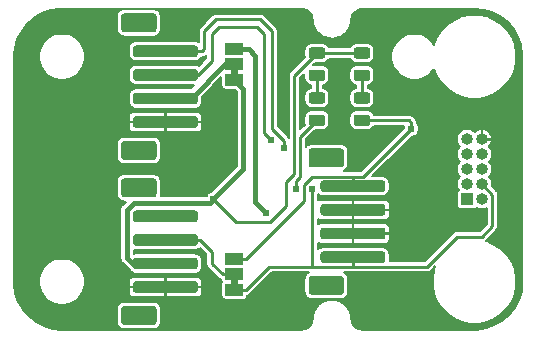
<source format=gbr>
%TF.GenerationSoftware,KiCad,Pcbnew,(5.1.6-0)*%
%TF.CreationDate,2022-04-21T00:04:20-07:00*%
%TF.ProjectId,talonsrx-enc-limit-ftc,74616c6f-6e73-4727-982d-656e632d6c69,rev?*%
%TF.SameCoordinates,PX695f190PY69fa208*%
%TF.FileFunction,Copper,L1,Top*%
%TF.FilePolarity,Positive*%
%FSLAX46Y46*%
G04 Gerber Fmt 4.6, Leading zero omitted, Abs format (unit mm)*
G04 Created by KiCad (PCBNEW (5.1.6-0)) date 2022-04-21 00:04:20*
%MOMM*%
%LPD*%
G01*
G04 APERTURE LIST*
%TA.AperFunction,EtchedComponent*%
%ADD10C,0.100000*%
%TD*%
%TA.AperFunction,ComponentPad*%
%ADD11R,1.000000X1.000000*%
%TD*%
%TA.AperFunction,ComponentPad*%
%ADD12O,1.000000X1.000000*%
%TD*%
%TA.AperFunction,SMDPad,CuDef*%
%ADD13R,1.500000X1.000000*%
%TD*%
%TA.AperFunction,ViaPad*%
%ADD14C,0.609600*%
%TD*%
%TA.AperFunction,Conductor*%
%ADD15C,0.254000*%
%TD*%
%TA.AperFunction,Conductor*%
%ADD16C,0.457200*%
%TD*%
%TA.AperFunction,Conductor*%
%ADD17C,0.203200*%
%TD*%
G04 APERTURE END LIST*
D10*
%TO.C,JP1*%
G36*
X18750000Y21960000D02*
G01*
X18750000Y22460000D01*
X19350000Y22460000D01*
X19350000Y21960000D01*
X18750000Y21960000D01*
G37*
%TO.C,JP2*%
G36*
X18750000Y4180000D02*
G01*
X18750000Y4680000D01*
X19350000Y4680000D01*
X19350000Y4180000D01*
X18750000Y4180000D01*
G37*
%TD*%
%TO.P,J4,1*%
%TO.N,/LIM_FWD*%
%TA.AperFunction,SMDPad,CuDef*%
G36*
G01*
X31575000Y6025000D02*
X26575000Y6025000D01*
G75*
G02*
X26325000Y6275000I0J250000D01*
G01*
X26325000Y6775000D01*
G75*
G02*
X26575000Y7025000I250000J0D01*
G01*
X31575000Y7025000D01*
G75*
G02*
X31825000Y6775000I0J-250000D01*
G01*
X31825000Y6275000D01*
G75*
G02*
X31575000Y6025000I-250000J0D01*
G01*
G37*
%TD.AperFunction*%
%TO.P,J4,2*%
%TO.N,GND*%
%TA.AperFunction,SMDPad,CuDef*%
G36*
G01*
X31575000Y8025000D02*
X26575000Y8025000D01*
G75*
G02*
X26325000Y8275000I0J250000D01*
G01*
X26325000Y8775000D01*
G75*
G02*
X26575000Y9025000I250000J0D01*
G01*
X31575000Y9025000D01*
G75*
G02*
X31825000Y8775000I0J-250000D01*
G01*
X31825000Y8275000D01*
G75*
G02*
X31575000Y8025000I-250000J0D01*
G01*
G37*
%TD.AperFunction*%
%TO.P,J4,3*%
%TA.AperFunction,SMDPad,CuDef*%
G36*
G01*
X31575000Y10025000D02*
X26575000Y10025000D01*
G75*
G02*
X26325000Y10275000I0J250000D01*
G01*
X26325000Y10775000D01*
G75*
G02*
X26575000Y11025000I250000J0D01*
G01*
X31575000Y11025000D01*
G75*
G02*
X31825000Y10775000I0J-250000D01*
G01*
X31825000Y10275000D01*
G75*
G02*
X31575000Y10025000I-250000J0D01*
G01*
G37*
%TD.AperFunction*%
%TO.P,J4,4*%
%TO.N,/LIM_REV*%
%TA.AperFunction,SMDPad,CuDef*%
G36*
G01*
X31575000Y12025000D02*
X26575000Y12025000D01*
G75*
G02*
X26325000Y12275000I0J250000D01*
G01*
X26325000Y12775000D01*
G75*
G02*
X26575000Y13025000I250000J0D01*
G01*
X31575000Y13025000D01*
G75*
G02*
X31825000Y12775000I0J-250000D01*
G01*
X31825000Y12275000D01*
G75*
G02*
X31575000Y12025000I-250000J0D01*
G01*
G37*
%TD.AperFunction*%
%TO.P,J4,MP*%
%TO.N,N/C*%
%TA.AperFunction,SMDPad,CuDef*%
G36*
G01*
X28075000Y3325000D02*
X25575000Y3325000D01*
G75*
G02*
X25325000Y3575000I0J250000D01*
G01*
X25325000Y4675000D01*
G75*
G02*
X25575000Y4925000I250000J0D01*
G01*
X28075000Y4925000D01*
G75*
G02*
X28325000Y4675000I0J-250000D01*
G01*
X28325000Y3575000D01*
G75*
G02*
X28075000Y3325000I-250000J0D01*
G01*
G37*
%TD.AperFunction*%
%TA.AperFunction,SMDPad,CuDef*%
G36*
G01*
X28075000Y14125000D02*
X25575000Y14125000D01*
G75*
G02*
X25325000Y14375000I0J250000D01*
G01*
X25325000Y15475000D01*
G75*
G02*
X25575000Y15725000I250000J0D01*
G01*
X28075000Y15725000D01*
G75*
G02*
X28325000Y15475000I0J-250000D01*
G01*
X28325000Y14375000D01*
G75*
G02*
X28075000Y14125000I-250000J0D01*
G01*
G37*
%TD.AperFunction*%
%TD*%
%TO.P,D1,2*%
%TO.N,/LIM_REV_A*%
%TA.AperFunction,SMDPad,CuDef*%
G36*
G01*
X30301250Y19500000D02*
X29388750Y19500000D01*
G75*
G02*
X29145000Y19743750I0J243750D01*
G01*
X29145000Y20231250D01*
G75*
G02*
X29388750Y20475000I243750J0D01*
G01*
X30301250Y20475000D01*
G75*
G02*
X30545000Y20231250I0J-243750D01*
G01*
X30545000Y19743750D01*
G75*
G02*
X30301250Y19500000I-243750J0D01*
G01*
G37*
%TD.AperFunction*%
%TO.P,D1,1*%
%TO.N,/LIM_REV*%
%TA.AperFunction,SMDPad,CuDef*%
G36*
G01*
X30301250Y17625000D02*
X29388750Y17625000D01*
G75*
G02*
X29145000Y17868750I0J243750D01*
G01*
X29145000Y18356250D01*
G75*
G02*
X29388750Y18600000I243750J0D01*
G01*
X30301250Y18600000D01*
G75*
G02*
X30545000Y18356250I0J-243750D01*
G01*
X30545000Y17868750D01*
G75*
G02*
X30301250Y17625000I-243750J0D01*
G01*
G37*
%TD.AperFunction*%
%TD*%
%TO.P,D2,1*%
%TO.N,/LIM_FWD*%
%TA.AperFunction,SMDPad,CuDef*%
G36*
G01*
X26491250Y17625000D02*
X25578750Y17625000D01*
G75*
G02*
X25335000Y17868750I0J243750D01*
G01*
X25335000Y18356250D01*
G75*
G02*
X25578750Y18600000I243750J0D01*
G01*
X26491250Y18600000D01*
G75*
G02*
X26735000Y18356250I0J-243750D01*
G01*
X26735000Y17868750D01*
G75*
G02*
X26491250Y17625000I-243750J0D01*
G01*
G37*
%TD.AperFunction*%
%TO.P,D2,2*%
%TO.N,/LIM_FWD_A*%
%TA.AperFunction,SMDPad,CuDef*%
G36*
G01*
X26491250Y19500000D02*
X25578750Y19500000D01*
G75*
G02*
X25335000Y19743750I0J243750D01*
G01*
X25335000Y20231250D01*
G75*
G02*
X25578750Y20475000I243750J0D01*
G01*
X26491250Y20475000D01*
G75*
G02*
X26735000Y20231250I0J-243750D01*
G01*
X26735000Y19743750D01*
G75*
G02*
X26491250Y19500000I-243750J0D01*
G01*
G37*
%TD.AperFunction*%
%TD*%
D11*
%TO.P,J1,1*%
%TO.N,/+3.3V*%
X38735000Y11430000D03*
D12*
%TO.P,J1,2*%
%TO.N,/+5V*%
X40005000Y11430000D03*
%TO.P,J1,3*%
%TO.N,/ANA_IN*%
X38735000Y12700000D03*
%TO.P,J1,4*%
%TO.N,/LIM_FWD*%
X40005000Y12700000D03*
%TO.P,J1,5*%
%TO.N,/ENC_B*%
X38735000Y13970000D03*
%TO.P,J1,6*%
%TO.N,Net-(J1-Pad6)*%
X40005000Y13970000D03*
%TO.P,J1,7*%
%TO.N,/ENC_A*%
X38735000Y15240000D03*
%TO.P,J1,8*%
%TO.N,/LIM_REV*%
X40005000Y15240000D03*
%TO.P,J1,9*%
%TO.N,/ENC_IDX*%
X38735000Y16510000D03*
%TO.P,J1,10*%
%TO.N,GND*%
X40005000Y16510000D03*
%TD*%
D13*
%TO.P,JP1,2*%
%TO.N,/ENC_PWR*%
X19050000Y22860000D03*
%TO.P,JP1,3*%
%TO.N,/+5V*%
X19050000Y24160000D03*
%TO.P,JP1,1*%
%TO.N,/+3.3V*%
X19050000Y21560000D03*
%TD*%
%TO.P,JP2,1*%
%TO.N,/LIM_FWD*%
X19050000Y3780000D03*
%TO.P,JP2,3*%
%TO.N,/LIM_REV*%
X19050000Y6380000D03*
%TO.P,JP2,2*%
%TO.N,/LIM_N*%
X19050000Y5080000D03*
%TD*%
%TO.P,R1,2*%
%TO.N,/LIM_REV_A*%
%TA.AperFunction,SMDPad,CuDef*%
G36*
G01*
X29388750Y22410000D02*
X30301250Y22410000D01*
G75*
G02*
X30545000Y22166250I0J-243750D01*
G01*
X30545000Y21678750D01*
G75*
G02*
X30301250Y21435000I-243750J0D01*
G01*
X29388750Y21435000D01*
G75*
G02*
X29145000Y21678750I0J243750D01*
G01*
X29145000Y22166250D01*
G75*
G02*
X29388750Y22410000I243750J0D01*
G01*
G37*
%TD.AperFunction*%
%TO.P,R1,1*%
%TO.N,/+3.3V*%
%TA.AperFunction,SMDPad,CuDef*%
G36*
G01*
X29388750Y24285000D02*
X30301250Y24285000D01*
G75*
G02*
X30545000Y24041250I0J-243750D01*
G01*
X30545000Y23553750D01*
G75*
G02*
X30301250Y23310000I-243750J0D01*
G01*
X29388750Y23310000D01*
G75*
G02*
X29145000Y23553750I0J243750D01*
G01*
X29145000Y24041250D01*
G75*
G02*
X29388750Y24285000I243750J0D01*
G01*
G37*
%TD.AperFunction*%
%TD*%
%TO.P,R2,1*%
%TO.N,/+3.3V*%
%TA.AperFunction,SMDPad,CuDef*%
G36*
G01*
X25578750Y24285000D02*
X26491250Y24285000D01*
G75*
G02*
X26735000Y24041250I0J-243750D01*
G01*
X26735000Y23553750D01*
G75*
G02*
X26491250Y23310000I-243750J0D01*
G01*
X25578750Y23310000D01*
G75*
G02*
X25335000Y23553750I0J243750D01*
G01*
X25335000Y24041250D01*
G75*
G02*
X25578750Y24285000I243750J0D01*
G01*
G37*
%TD.AperFunction*%
%TO.P,R2,2*%
%TO.N,/LIM_FWD_A*%
%TA.AperFunction,SMDPad,CuDef*%
G36*
G01*
X25578750Y22410000D02*
X26491250Y22410000D01*
G75*
G02*
X26735000Y22166250I0J-243750D01*
G01*
X26735000Y21678750D01*
G75*
G02*
X26491250Y21435000I-243750J0D01*
G01*
X25578750Y21435000D01*
G75*
G02*
X25335000Y21678750I0J243750D01*
G01*
X25335000Y22166250D01*
G75*
G02*
X25578750Y22410000I243750J0D01*
G01*
G37*
%TD.AperFunction*%
%TD*%
%TO.P,J2,1*%
%TO.N,GND*%
%TA.AperFunction,SMDPad,CuDef*%
G36*
G01*
X15700000Y17455000D02*
X10700000Y17455000D01*
G75*
G02*
X10450000Y17705000I0J250000D01*
G01*
X10450000Y18205000D01*
G75*
G02*
X10700000Y18455000I250000J0D01*
G01*
X15700000Y18455000D01*
G75*
G02*
X15950000Y18205000I0J-250000D01*
G01*
X15950000Y17705000D01*
G75*
G02*
X15700000Y17455000I-250000J0D01*
G01*
G37*
%TD.AperFunction*%
%TO.P,J2,2*%
%TO.N,/ENC_PWR*%
%TA.AperFunction,SMDPad,CuDef*%
G36*
G01*
X15700000Y19455000D02*
X10700000Y19455000D01*
G75*
G02*
X10450000Y19705000I0J250000D01*
G01*
X10450000Y20205000D01*
G75*
G02*
X10700000Y20455000I250000J0D01*
G01*
X15700000Y20455000D01*
G75*
G02*
X15950000Y20205000I0J-250000D01*
G01*
X15950000Y19705000D01*
G75*
G02*
X15700000Y19455000I-250000J0D01*
G01*
G37*
%TD.AperFunction*%
%TO.P,J2,3*%
%TO.N,/ENC_A*%
%TA.AperFunction,SMDPad,CuDef*%
G36*
G01*
X15700000Y21455000D02*
X10700000Y21455000D01*
G75*
G02*
X10450000Y21705000I0J250000D01*
G01*
X10450000Y22205000D01*
G75*
G02*
X10700000Y22455000I250000J0D01*
G01*
X15700000Y22455000D01*
G75*
G02*
X15950000Y22205000I0J-250000D01*
G01*
X15950000Y21705000D01*
G75*
G02*
X15700000Y21455000I-250000J0D01*
G01*
G37*
%TD.AperFunction*%
%TO.P,J2,4*%
%TO.N,/ENC_B*%
%TA.AperFunction,SMDPad,CuDef*%
G36*
G01*
X15700000Y23455000D02*
X10700000Y23455000D01*
G75*
G02*
X10450000Y23705000I0J250000D01*
G01*
X10450000Y24205000D01*
G75*
G02*
X10700000Y24455000I250000J0D01*
G01*
X15700000Y24455000D01*
G75*
G02*
X15950000Y24205000I0J-250000D01*
G01*
X15950000Y23705000D01*
G75*
G02*
X15700000Y23455000I-250000J0D01*
G01*
G37*
%TD.AperFunction*%
%TO.P,J2,MP*%
%TO.N,N/C*%
%TA.AperFunction,SMDPad,CuDef*%
G36*
G01*
X12200000Y14755000D02*
X9700000Y14755000D01*
G75*
G02*
X9450000Y15005000I0J250000D01*
G01*
X9450000Y16105000D01*
G75*
G02*
X9700000Y16355000I250000J0D01*
G01*
X12200000Y16355000D01*
G75*
G02*
X12450000Y16105000I0J-250000D01*
G01*
X12450000Y15005000D01*
G75*
G02*
X12200000Y14755000I-250000J0D01*
G01*
G37*
%TD.AperFunction*%
%TA.AperFunction,SMDPad,CuDef*%
G36*
G01*
X12200000Y25555000D02*
X9700000Y25555000D01*
G75*
G02*
X9450000Y25805000I0J250000D01*
G01*
X9450000Y26905000D01*
G75*
G02*
X9700000Y27155000I250000J0D01*
G01*
X12200000Y27155000D01*
G75*
G02*
X12450000Y26905000I0J-250000D01*
G01*
X12450000Y25805000D01*
G75*
G02*
X12200000Y25555000I-250000J0D01*
G01*
G37*
%TD.AperFunction*%
%TD*%
%TO.P,J3,MP*%
%TO.N,N/C*%
%TA.AperFunction,SMDPad,CuDef*%
G36*
G01*
X12200000Y11585000D02*
X9700000Y11585000D01*
G75*
G02*
X9450000Y11835000I0J250000D01*
G01*
X9450000Y12935000D01*
G75*
G02*
X9700000Y13185000I250000J0D01*
G01*
X12200000Y13185000D01*
G75*
G02*
X12450000Y12935000I0J-250000D01*
G01*
X12450000Y11835000D01*
G75*
G02*
X12200000Y11585000I-250000J0D01*
G01*
G37*
%TD.AperFunction*%
%TA.AperFunction,SMDPad,CuDef*%
G36*
G01*
X12200000Y785000D02*
X9700000Y785000D01*
G75*
G02*
X9450000Y1035000I0J250000D01*
G01*
X9450000Y2135000D01*
G75*
G02*
X9700000Y2385000I250000J0D01*
G01*
X12200000Y2385000D01*
G75*
G02*
X12450000Y2135000I0J-250000D01*
G01*
X12450000Y1035000D01*
G75*
G02*
X12200000Y785000I-250000J0D01*
G01*
G37*
%TD.AperFunction*%
%TO.P,J3,4*%
%TO.N,Net-(J3-Pad4)*%
%TA.AperFunction,SMDPad,CuDef*%
G36*
G01*
X15700000Y9485000D02*
X10700000Y9485000D01*
G75*
G02*
X10450000Y9735000I0J250000D01*
G01*
X10450000Y10235000D01*
G75*
G02*
X10700000Y10485000I250000J0D01*
G01*
X15700000Y10485000D01*
G75*
G02*
X15950000Y10235000I0J-250000D01*
G01*
X15950000Y9735000D01*
G75*
G02*
X15700000Y9485000I-250000J0D01*
G01*
G37*
%TD.AperFunction*%
%TO.P,J3,3*%
%TO.N,/LIM_N*%
%TA.AperFunction,SMDPad,CuDef*%
G36*
G01*
X15700000Y7485000D02*
X10700000Y7485000D01*
G75*
G02*
X10450000Y7735000I0J250000D01*
G01*
X10450000Y8235000D01*
G75*
G02*
X10700000Y8485000I250000J0D01*
G01*
X15700000Y8485000D01*
G75*
G02*
X15950000Y8235000I0J-250000D01*
G01*
X15950000Y7735000D01*
G75*
G02*
X15700000Y7485000I-250000J0D01*
G01*
G37*
%TD.AperFunction*%
%TO.P,J3,2*%
%TO.N,/+3.3V*%
%TA.AperFunction,SMDPad,CuDef*%
G36*
G01*
X15700000Y5485000D02*
X10700000Y5485000D01*
G75*
G02*
X10450000Y5735000I0J250000D01*
G01*
X10450000Y6235000D01*
G75*
G02*
X10700000Y6485000I250000J0D01*
G01*
X15700000Y6485000D01*
G75*
G02*
X15950000Y6235000I0J-250000D01*
G01*
X15950000Y5735000D01*
G75*
G02*
X15700000Y5485000I-250000J0D01*
G01*
G37*
%TD.AperFunction*%
%TO.P,J3,1*%
%TO.N,GND*%
%TA.AperFunction,SMDPad,CuDef*%
G36*
G01*
X15700000Y3485000D02*
X10700000Y3485000D01*
G75*
G02*
X10450000Y3735000I0J250000D01*
G01*
X10450000Y4235000D01*
G75*
G02*
X10700000Y4485000I250000J0D01*
G01*
X15700000Y4485000D01*
G75*
G02*
X15950000Y4235000I0J-250000D01*
G01*
X15950000Y3735000D01*
G75*
G02*
X15700000Y3485000I-250000J0D01*
G01*
G37*
%TD.AperFunction*%
%TD*%
D14*
%TO.N,/LIM_REV*%
X34036000Y17399000D03*
%TO.N,/LIM_FWD*%
X25654000Y12319000D03*
X24257000Y12319000D03*
%TO.N,/+3.3V*%
X17272000Y11430000D03*
%TO.N,/+5V*%
X21717000Y10287000D03*
%TO.N,/ENC_B*%
X23241000Y15748000D03*
%TO.N,/ENC_A*%
X22174190Y16475012D03*
%TD*%
D15*
%TO.N,/LIM_REV*%
X29075000Y13200000D02*
X29210000Y13335000D01*
X29075000Y12525000D02*
X29075000Y13200000D01*
X34036000Y17907000D02*
X34036000Y17399000D01*
X33830500Y18112500D02*
X34036000Y17907000D01*
X29845000Y18112500D02*
X33830500Y18112500D01*
X34036000Y17399000D02*
X29972000Y13335000D01*
X29972000Y13335000D02*
X29210000Y13335000D01*
X29210000Y13335000D02*
X25655012Y13335000D01*
X25655012Y13335000D02*
X24968198Y12648186D01*
X24968198Y12648186D02*
X24968198Y11294198D01*
X24968198Y11294198D02*
X20054000Y6380000D01*
X20054000Y6380000D02*
X19050000Y6380000D01*
%TO.N,/LIM_FWD*%
X20054000Y3780000D02*
X21989000Y5715000D01*
X19050000Y3780000D02*
X20054000Y3780000D01*
X40886001Y11818999D02*
X40005000Y12700000D01*
X40886001Y9136001D02*
X40886001Y11818999D01*
X40005000Y8255000D02*
X40886001Y9136001D01*
X29075000Y6525000D02*
X29075000Y5850000D01*
X29075000Y5850000D02*
X29210000Y5715000D01*
X29210000Y5715000D02*
X34925000Y5715000D01*
X21989000Y5715000D02*
X25654000Y5715000D01*
X25654000Y5715000D02*
X29210000Y5715000D01*
X25654000Y5715000D02*
X25654000Y12319000D01*
X24257000Y12319000D02*
X24257000Y12954000D01*
X26035000Y18112500D02*
X24638000Y16715500D01*
X24638000Y13335000D02*
X24257000Y12954000D01*
X24638000Y16715500D02*
X24638000Y13335000D01*
X35346038Y5715000D02*
X34925000Y5715000D01*
X37886038Y8255000D02*
X35346038Y5715000D01*
X40005000Y8255000D02*
X37886038Y8255000D01*
D16*
%TO.N,/+3.3V*%
X10450000Y5985000D02*
X13200000Y5985000D01*
X9967390Y6467610D02*
X10450000Y5985000D01*
X9967390Y10538460D02*
X9967390Y6467610D01*
X10531320Y11102390D02*
X9967390Y10538460D01*
X16944390Y11102390D02*
X10531320Y11102390D01*
X17272000Y11430000D02*
X16944390Y11102390D01*
D15*
X29845000Y23797500D02*
X26035000Y23797500D01*
X23444199Y12859635D02*
X23444199Y10871199D01*
X24129990Y21892490D02*
X24129990Y13545426D01*
X17576799Y11125201D02*
X17272000Y11430000D01*
X24129990Y13545426D02*
X23444199Y12859635D01*
X22098000Y9525000D02*
X19177000Y9525000D01*
X26035000Y23797500D02*
X24129990Y21892490D01*
X23444199Y10871199D02*
X22098000Y9525000D01*
X19177000Y9525000D02*
X17576799Y11125201D01*
D16*
X17272000Y11430000D02*
X19812000Y13970000D01*
X19812000Y20798000D02*
X19050000Y21560000D01*
X19812000Y13970000D02*
X19812000Y20798000D01*
%TO.N,/+5V*%
X20828000Y11176000D02*
X21717000Y10287000D01*
X20828000Y23589200D02*
X20828000Y11176000D01*
X20257200Y24160000D02*
X20828000Y23589200D01*
X19050000Y24160000D02*
X20257200Y24160000D01*
D15*
%TO.N,/ENC_B*%
X16335000Y23955000D02*
X13200000Y23955000D01*
X16510000Y24130000D02*
X16335000Y23955000D01*
X17526000Y26670000D02*
X16510000Y25654000D01*
X21209000Y26670000D02*
X17526000Y26670000D01*
X22225000Y25654000D02*
X21209000Y26670000D01*
X22225000Y17399000D02*
X22225000Y25654000D01*
X16510000Y25654000D02*
X16510000Y24130000D01*
X22860000Y16764000D02*
X22225000Y17399000D01*
X23241000Y16383000D02*
X22860000Y16764000D01*
X23241000Y15748000D02*
X23241000Y16383000D01*
%TO.N,/ENC_A*%
X15950000Y21955000D02*
X17145000Y23150000D01*
X17145000Y25400000D02*
X17780000Y26035000D01*
X17145000Y23150000D02*
X17145000Y25400000D01*
X13200000Y21955000D02*
X15950000Y21955000D01*
X20955000Y26035000D02*
X21590000Y25400000D01*
X17780000Y26035000D02*
X20955000Y26035000D01*
X21590000Y25400000D02*
X21590000Y17059202D01*
X21590000Y17059202D02*
X22174190Y16475012D01*
%TO.N,/LIM_REV_A*%
X29845000Y19987500D02*
X29845000Y21922500D01*
%TO.N,/LIM_FWD_A*%
X26035000Y19987500D02*
X26035000Y21922500D01*
D16*
%TO.N,/ENC_PWR*%
X18231318Y22860000D02*
X19050000Y22860000D01*
X15326318Y19955000D02*
X18231318Y22860000D01*
X13200000Y19955000D02*
X15326318Y19955000D01*
D15*
%TO.N,/LIM_N*%
X13200000Y7985000D02*
X16145000Y7985000D01*
X16145000Y7985000D02*
X17145000Y6985000D01*
X18046000Y5080000D02*
X19050000Y5080000D01*
X17145000Y5981000D02*
X18046000Y5080000D01*
X17145000Y6985000D02*
X17145000Y5981000D01*
%TD*%
D17*
%TO.N,GND*%
G36*
X24937398Y27540671D02*
G01*
X25103231Y27490602D01*
X25256177Y27409279D01*
X25390417Y27299795D01*
X25500834Y27166324D01*
X25583222Y27013949D01*
X25634447Y26848470D01*
X25654475Y26657913D01*
X25654533Y26649607D01*
X25656340Y26632416D01*
X25656340Y26615128D01*
X25656896Y26609843D01*
X25684525Y26363526D01*
X25691699Y26329771D01*
X25698397Y26295947D01*
X25699967Y26290875D01*
X25699968Y26290869D01*
X25699970Y26290863D01*
X25774913Y26054613D01*
X25788504Y26022903D01*
X25801648Y25991013D01*
X25804176Y25986338D01*
X25923584Y25769136D01*
X25943068Y25740680D01*
X25962162Y25711941D01*
X25965546Y25707852D01*
X25965550Y25707846D01*
X25965555Y25707841D01*
X26124872Y25517974D01*
X26149539Y25493818D01*
X26173824Y25469363D01*
X26177936Y25466010D01*
X26177943Y25466003D01*
X26177951Y25465998D01*
X26371109Y25310693D01*
X26399974Y25291804D01*
X26428573Y25272514D01*
X26433266Y25270019D01*
X26652920Y25155187D01*
X26684924Y25142256D01*
X26716702Y25128898D01*
X26721788Y25127363D01*
X26721792Y25127361D01*
X26721796Y25127360D01*
X26959566Y25057380D01*
X26993482Y25050910D01*
X27027243Y25043980D01*
X27032530Y25043461D01*
X27032532Y25043461D01*
X27279371Y25020997D01*
X27313866Y25021238D01*
X27348360Y25020997D01*
X27353649Y25021516D01*
X27353651Y25021516D01*
X27600152Y25047424D01*
X27633971Y25054366D01*
X27667829Y25060824D01*
X27672908Y25062358D01*
X27672915Y25062359D01*
X27672921Y25062362D01*
X27909692Y25135655D01*
X27941519Y25149034D01*
X27973475Y25161945D01*
X27978159Y25164436D01*
X27978169Y25164440D01*
X27978177Y25164445D01*
X28196197Y25282327D01*
X28224812Y25301628D01*
X28253661Y25320506D01*
X28257772Y25323859D01*
X28257779Y25323864D01*
X28257785Y25323870D01*
X28448759Y25481858D01*
X28473061Y25506330D01*
X28497712Y25530470D01*
X28501094Y25534559D01*
X28501100Y25534565D01*
X28501104Y25534572D01*
X28657754Y25726642D01*
X28676853Y25755389D01*
X28696333Y25783838D01*
X28698859Y25788511D01*
X28698860Y25788512D01*
X28698862Y25788516D01*
X28815223Y26007360D01*
X28828371Y26039259D01*
X28841957Y26070958D01*
X28843529Y26076035D01*
X28915169Y26313316D01*
X28921879Y26347201D01*
X28929041Y26380897D01*
X28929597Y26386182D01*
X28953784Y26632860D01*
X28974329Y26842398D01*
X29024398Y27008231D01*
X29105721Y27161177D01*
X29215205Y27295417D01*
X29348676Y27405834D01*
X29501051Y27488222D01*
X29666530Y27539447D01*
X29856374Y27559400D01*
X39351890Y27559400D01*
X40138228Y27484376D01*
X40878746Y27267133D01*
X41564819Y26913781D01*
X42171701Y26437070D01*
X42677484Y25854205D01*
X43063928Y25186212D01*
X43317086Y24457193D01*
X43429764Y23680066D01*
X43434401Y23490323D01*
X43434400Y4463111D01*
X43359376Y3676772D01*
X43142133Y2936254D01*
X42788782Y2250182D01*
X42312072Y1643302D01*
X41729208Y1137518D01*
X41061211Y751071D01*
X40332193Y497914D01*
X39555066Y385236D01*
X39365365Y380600D01*
X29863619Y380600D01*
X29672602Y399329D01*
X29506769Y449398D01*
X29353824Y530720D01*
X29219585Y640202D01*
X29109165Y773677D01*
X29026779Y926048D01*
X28975553Y1091530D01*
X28955525Y1282087D01*
X28955467Y1290393D01*
X28953660Y1307584D01*
X28953660Y1324872D01*
X28953104Y1330157D01*
X28925475Y1576473D01*
X28918302Y1610221D01*
X28911603Y1644053D01*
X28910032Y1649129D01*
X28910032Y1649131D01*
X28910030Y1649137D01*
X28835087Y1885387D01*
X28821496Y1917097D01*
X28808352Y1948987D01*
X28805824Y1953662D01*
X28686416Y2170864D01*
X28666922Y2199335D01*
X28647838Y2228059D01*
X28644460Y2232141D01*
X28644451Y2232154D01*
X28644441Y2232164D01*
X28485128Y2422025D01*
X28460480Y2446163D01*
X28436176Y2470637D01*
X28432064Y2473990D01*
X28432057Y2473997D01*
X28432049Y2474002D01*
X28238891Y2629306D01*
X28210019Y2648200D01*
X28181426Y2667486D01*
X28176734Y2669981D01*
X27957079Y2784813D01*
X27925101Y2797733D01*
X27893298Y2811102D01*
X27888210Y2812638D01*
X27888208Y2812639D01*
X27888204Y2812640D01*
X27650434Y2882620D01*
X27616512Y2889091D01*
X27582757Y2896020D01*
X27577472Y2896539D01*
X27577468Y2896539D01*
X27330628Y2919003D01*
X27296101Y2918762D01*
X27261640Y2919003D01*
X27256362Y2918485D01*
X27256350Y2918485D01*
X27256339Y2918483D01*
X27009848Y2892576D01*
X26976061Y2885641D01*
X26942171Y2879176D01*
X26937092Y2877642D01*
X26937085Y2877641D01*
X26937079Y2877638D01*
X26700308Y2804345D01*
X26668481Y2790966D01*
X26636525Y2778055D01*
X26631841Y2775564D01*
X26631831Y2775560D01*
X26631823Y2775555D01*
X26413803Y2657672D01*
X26385215Y2638390D01*
X26356339Y2619494D01*
X26352228Y2616141D01*
X26352221Y2616136D01*
X26352215Y2616130D01*
X26161241Y2458142D01*
X26136939Y2433670D01*
X26112288Y2409530D01*
X26108906Y2405441D01*
X26108900Y2405435D01*
X26108896Y2405428D01*
X25952246Y2213357D01*
X25933147Y2184611D01*
X25913667Y2156161D01*
X25911143Y2151492D01*
X25911140Y2151488D01*
X25911140Y2151487D01*
X25794777Y1932639D01*
X25781623Y1900726D01*
X25768043Y1869042D01*
X25766473Y1863971D01*
X25766470Y1863964D01*
X25766469Y1863957D01*
X25694831Y1626684D01*
X25688121Y1592799D01*
X25680959Y1559103D01*
X25680403Y1553818D01*
X25656216Y1307140D01*
X25635671Y1097602D01*
X25585602Y931769D01*
X25504280Y778824D01*
X25394798Y644585D01*
X25261323Y534165D01*
X25108952Y451779D01*
X24943470Y400553D01*
X24753626Y380600D01*
X4463111Y380600D01*
X3676772Y455624D01*
X2936254Y672867D01*
X2250182Y1026218D01*
X1643302Y1502928D01*
X1137518Y2085792D01*
X1109051Y2135000D01*
X9092680Y2135000D01*
X9092680Y1035000D01*
X9104349Y916518D01*
X9138909Y802589D01*
X9195032Y697591D01*
X9270560Y605560D01*
X9362591Y530032D01*
X9467589Y473909D01*
X9581518Y439349D01*
X9700000Y427680D01*
X12200000Y427680D01*
X12318482Y439349D01*
X12432411Y473909D01*
X12537409Y530032D01*
X12629440Y605560D01*
X12704968Y697591D01*
X12761091Y802589D01*
X12795651Y916518D01*
X12807320Y1035000D01*
X12807320Y2135000D01*
X12795651Y2253482D01*
X12761091Y2367411D01*
X12704968Y2472409D01*
X12629440Y2564440D01*
X12537409Y2639968D01*
X12432411Y2696091D01*
X12318482Y2730651D01*
X12200000Y2742320D01*
X9700000Y2742320D01*
X9581518Y2730651D01*
X9467589Y2696091D01*
X9362591Y2639968D01*
X9270560Y2564440D01*
X9195032Y2472409D01*
X9138909Y2367411D01*
X9104349Y2253482D01*
X9092680Y2135000D01*
X1109051Y2135000D01*
X751071Y2753789D01*
X497914Y3482807D01*
X385236Y4259934D01*
X380600Y4449635D01*
X380600Y4637610D01*
X2489400Y4637610D01*
X2489400Y4252390D01*
X2564553Y3874573D01*
X2711970Y3518676D01*
X2925987Y3198378D01*
X3198378Y2925987D01*
X3518676Y2711970D01*
X3874573Y2564553D01*
X4252390Y2489400D01*
X4637610Y2489400D01*
X5015427Y2564553D01*
X5371324Y2711970D01*
X5691622Y2925987D01*
X5964013Y3198378D01*
X6155528Y3485000D01*
X10092679Y3485000D01*
X10099545Y3415290D01*
X10119878Y3348259D01*
X10152898Y3286483D01*
X10197336Y3232336D01*
X10251483Y3187898D01*
X10313259Y3154878D01*
X10380290Y3134545D01*
X10450000Y3127679D01*
X13085700Y3129400D01*
X13174600Y3218300D01*
X13174600Y3959600D01*
X13225400Y3959600D01*
X13225400Y3218300D01*
X13314300Y3129400D01*
X15950000Y3127679D01*
X16019710Y3134545D01*
X16086741Y3154878D01*
X16148517Y3187898D01*
X16202664Y3232336D01*
X16247102Y3286483D01*
X16280122Y3348259D01*
X16300455Y3415290D01*
X16307321Y3485000D01*
X16305600Y3870700D01*
X16216700Y3959600D01*
X13225400Y3959600D01*
X13174600Y3959600D01*
X10183300Y3959600D01*
X10094400Y3870700D01*
X10092679Y3485000D01*
X6155528Y3485000D01*
X6178030Y3518676D01*
X6325447Y3874573D01*
X6400600Y4252390D01*
X6400600Y4485000D01*
X10092679Y4485000D01*
X10094400Y4099300D01*
X10183300Y4010400D01*
X13174600Y4010400D01*
X13174600Y4751700D01*
X13225400Y4751700D01*
X13225400Y4010400D01*
X16216700Y4010400D01*
X16305600Y4099300D01*
X16307321Y4485000D01*
X16300455Y4554710D01*
X16280122Y4621741D01*
X16247102Y4683517D01*
X16202664Y4737664D01*
X16148517Y4782102D01*
X16086741Y4815122D01*
X16019710Y4835455D01*
X15950000Y4842321D01*
X13314300Y4840600D01*
X13225400Y4751700D01*
X13174600Y4751700D01*
X13085700Y4840600D01*
X10450000Y4842321D01*
X10380290Y4835455D01*
X10313259Y4815122D01*
X10251483Y4782102D01*
X10197336Y4737664D01*
X10152898Y4683517D01*
X10119878Y4621741D01*
X10099545Y4554710D01*
X10092679Y4485000D01*
X6400600Y4485000D01*
X6400600Y4637610D01*
X6325447Y5015427D01*
X6178030Y5371324D01*
X5964013Y5691622D01*
X5691622Y5964013D01*
X5371324Y6178030D01*
X5015427Y6325447D01*
X4637610Y6400600D01*
X4252390Y6400600D01*
X3874573Y6325447D01*
X3518676Y6178030D01*
X3198378Y5964013D01*
X2925987Y5691622D01*
X2711970Y5371324D01*
X2564553Y5015427D01*
X2489400Y4637610D01*
X380600Y4637610D01*
X380600Y12935000D01*
X9092680Y12935000D01*
X9092680Y11835000D01*
X9104349Y11716518D01*
X9138909Y11602589D01*
X9195032Y11497591D01*
X9270560Y11405560D01*
X9362591Y11330032D01*
X9467589Y11273909D01*
X9581518Y11239349D01*
X9700000Y11227680D01*
X9830427Y11227680D01*
X9574589Y10971842D01*
X9552300Y10953550D01*
X9479296Y10864593D01*
X9432079Y10776256D01*
X9425049Y10763104D01*
X9395120Y10664440D01*
X9391644Y10652982D01*
X9383190Y10567151D01*
X9383190Y10567144D01*
X9380365Y10538460D01*
X9383190Y10509776D01*
X9383191Y6496304D01*
X9380365Y6467610D01*
X9391644Y6353087D01*
X9425049Y6242966D01*
X9425050Y6242965D01*
X9479297Y6141476D01*
X9510735Y6103168D01*
X9534010Y6074807D01*
X9534013Y6074804D01*
X9552301Y6052520D01*
X9574584Y6034233D01*
X10016622Y5592194D01*
X10034910Y5569910D01*
X10057194Y5551622D01*
X10057196Y5551620D01*
X10123866Y5496906D01*
X10149179Y5483376D01*
X10195032Y5397591D01*
X10270560Y5305560D01*
X10362591Y5230032D01*
X10467589Y5173909D01*
X10581518Y5139349D01*
X10700000Y5127680D01*
X15700000Y5127680D01*
X15818482Y5139349D01*
X15932411Y5173909D01*
X16037409Y5230032D01*
X16129440Y5305560D01*
X16204968Y5397591D01*
X16261091Y5502589D01*
X16295651Y5616518D01*
X16307320Y5735000D01*
X16307320Y6235000D01*
X16295651Y6353482D01*
X16261091Y6467411D01*
X16204968Y6572409D01*
X16129440Y6664440D01*
X16037409Y6739968D01*
X15932411Y6796091D01*
X15818482Y6830651D01*
X15700000Y6842320D01*
X10700000Y6842320D01*
X10581518Y6830651D01*
X10551590Y6821572D01*
X10551590Y7148428D01*
X10581518Y7139349D01*
X10700000Y7127680D01*
X15700000Y7127680D01*
X15818482Y7139349D01*
X15932411Y7173909D01*
X16037409Y7230032D01*
X16129440Y7305560D01*
X16135075Y7312426D01*
X16662400Y6785100D01*
X16662401Y6004714D01*
X16660065Y5981000D01*
X16669384Y5886394D01*
X16696978Y5795424D01*
X16741792Y5711585D01*
X16780497Y5664423D01*
X16802100Y5638099D01*
X16820513Y5622988D01*
X17687983Y4755518D01*
X17703099Y4737099D01*
X17776585Y4676791D01*
X17860423Y4631978D01*
X17942680Y4607026D01*
X17942680Y4580000D01*
X17949546Y4510290D01*
X17969879Y4443260D01*
X17976967Y4430000D01*
X17969879Y4416740D01*
X17949546Y4349710D01*
X17942680Y4280000D01*
X17942680Y3280000D01*
X17949546Y3210290D01*
X17969879Y3143260D01*
X18002899Y3081484D01*
X18047337Y3027337D01*
X18101484Y2982899D01*
X18163260Y2949879D01*
X18230290Y2929546D01*
X18300000Y2922680D01*
X19800000Y2922680D01*
X19869710Y2929546D01*
X19936740Y2949879D01*
X19998516Y2982899D01*
X20052663Y3027337D01*
X20097101Y3081484D01*
X20130121Y3143260D01*
X20150454Y3210290D01*
X20157320Y3280000D01*
X20157320Y3307026D01*
X20239577Y3331978D01*
X20323415Y3376791D01*
X20396901Y3437099D01*
X20412017Y3455518D01*
X22188899Y5232400D01*
X25335684Y5232400D01*
X25237591Y5179968D01*
X25145560Y5104440D01*
X25070032Y5012409D01*
X25013909Y4907411D01*
X24979349Y4793482D01*
X24967680Y4675000D01*
X24967680Y3575000D01*
X24979349Y3456518D01*
X25013909Y3342589D01*
X25070032Y3237591D01*
X25145560Y3145560D01*
X25237591Y3070032D01*
X25342589Y3013909D01*
X25456518Y2979349D01*
X25575000Y2967680D01*
X28075000Y2967680D01*
X28193482Y2979349D01*
X28307411Y3013909D01*
X28412409Y3070032D01*
X28504440Y3145560D01*
X28579968Y3237591D01*
X28636091Y3342589D01*
X28670651Y3456518D01*
X28682320Y3575000D01*
X28682320Y4675000D01*
X28670651Y4793482D01*
X28636091Y4907411D01*
X28579968Y5012409D01*
X28504440Y5104440D01*
X28412409Y5179968D01*
X28314316Y5232400D01*
X29186292Y5232400D01*
X29210000Y5230065D01*
X29233707Y5232400D01*
X35322333Y5232400D01*
X35346038Y5230065D01*
X35369743Y5232400D01*
X35369745Y5232400D01*
X35440644Y5239383D01*
X35531615Y5266978D01*
X35615453Y5311791D01*
X35688939Y5372099D01*
X35704055Y5390518D01*
X36068295Y5754758D01*
X35954886Y5480964D01*
X35818400Y4794802D01*
X35818400Y4095198D01*
X35954886Y3409036D01*
X36222613Y2762686D01*
X36611292Y2180987D01*
X37105987Y1686292D01*
X37687686Y1297613D01*
X38334036Y1029886D01*
X39020198Y893400D01*
X39719802Y893400D01*
X40405964Y1029886D01*
X41052314Y1297613D01*
X41634013Y1686292D01*
X42128708Y2180987D01*
X42517387Y2762686D01*
X42785114Y3409036D01*
X42921600Y4095198D01*
X42921600Y4794802D01*
X42785114Y5480964D01*
X42517387Y6127314D01*
X42128708Y6709013D01*
X41634013Y7203708D01*
X41052314Y7592387D01*
X40405964Y7860114D01*
X40308242Y7879552D01*
X40347901Y7912099D01*
X40363017Y7930518D01*
X41210488Y8777989D01*
X41228902Y8793100D01*
X41289210Y8866586D01*
X41334023Y8950424D01*
X41361618Y9041395D01*
X41368601Y9112294D01*
X41368601Y9112295D01*
X41370936Y9136001D01*
X41368601Y9159708D01*
X41368601Y11795292D01*
X41370936Y11818999D01*
X41361618Y11913606D01*
X41334023Y12004576D01*
X41327368Y12017026D01*
X41289210Y12088414D01*
X41252272Y12133423D01*
X41244014Y12143486D01*
X41244013Y12143487D01*
X41228902Y12161900D01*
X41210488Y12177011D01*
X40845862Y12541638D01*
X40860600Y12615731D01*
X40860600Y12784269D01*
X40827720Y12949569D01*
X40763223Y13105279D01*
X40669588Y13245413D01*
X40580001Y13335000D01*
X40669588Y13424587D01*
X40763223Y13564721D01*
X40827720Y13720431D01*
X40860600Y13885731D01*
X40860600Y14054269D01*
X40827720Y14219569D01*
X40763223Y14375279D01*
X40669588Y14515413D01*
X40580001Y14605000D01*
X40669588Y14694587D01*
X40763223Y14834721D01*
X40827720Y14990431D01*
X40860600Y15155731D01*
X40860600Y15324269D01*
X40827720Y15489569D01*
X40763223Y15645279D01*
X40669588Y15785413D01*
X40577356Y15877645D01*
X40604179Y15899231D01*
X40711821Y16027861D01*
X40792300Y16175019D01*
X40842524Y16335050D01*
X40845720Y16351126D01*
X40771279Y16484600D01*
X40030400Y16484600D01*
X40030400Y16464600D01*
X39979600Y16464600D01*
X39979600Y16484600D01*
X39959600Y16484600D01*
X39959600Y16535400D01*
X39979600Y16535400D01*
X39979600Y17276325D01*
X40030400Y17276325D01*
X40030400Y16535400D01*
X40771279Y16535400D01*
X40845720Y16668874D01*
X40842524Y16684950D01*
X40792300Y16844981D01*
X40711821Y16992139D01*
X40604179Y17120769D01*
X40473511Y17225927D01*
X40324838Y17303573D01*
X40163874Y17350722D01*
X40030400Y17276325D01*
X39979600Y17276325D01*
X39846126Y17350722D01*
X39685162Y17303573D01*
X39536489Y17225927D01*
X39405821Y17120769D01*
X39373206Y17081795D01*
X39280413Y17174588D01*
X39140279Y17268223D01*
X38984569Y17332720D01*
X38819269Y17365600D01*
X38650731Y17365600D01*
X38485431Y17332720D01*
X38329721Y17268223D01*
X38189587Y17174588D01*
X38070412Y17055413D01*
X37976777Y16915279D01*
X37912280Y16759569D01*
X37879400Y16594269D01*
X37879400Y16425731D01*
X37912280Y16260431D01*
X37976777Y16104721D01*
X38070412Y15964587D01*
X38159999Y15875000D01*
X38070412Y15785413D01*
X37976777Y15645279D01*
X37912280Y15489569D01*
X37879400Y15324269D01*
X37879400Y15155731D01*
X37912280Y14990431D01*
X37976777Y14834721D01*
X38070412Y14694587D01*
X38159999Y14605000D01*
X38070412Y14515413D01*
X37976777Y14375279D01*
X37912280Y14219569D01*
X37879400Y14054269D01*
X37879400Y13885731D01*
X37912280Y13720431D01*
X37976777Y13564721D01*
X38070412Y13424587D01*
X38159999Y13335000D01*
X38070412Y13245413D01*
X37976777Y13105279D01*
X37912280Y12949569D01*
X37879400Y12784269D01*
X37879400Y12615731D01*
X37912280Y12450431D01*
X37976777Y12294721D01*
X38027103Y12219402D01*
X37982337Y12182663D01*
X37937899Y12128516D01*
X37904879Y12066740D01*
X37884546Y11999710D01*
X37877680Y11930000D01*
X37877680Y10930000D01*
X37884546Y10860290D01*
X37904879Y10793260D01*
X37937899Y10731484D01*
X37982337Y10677337D01*
X38036484Y10632899D01*
X38098260Y10599879D01*
X38165290Y10579546D01*
X38235000Y10572680D01*
X39235000Y10572680D01*
X39304710Y10579546D01*
X39371740Y10599879D01*
X39433516Y10632899D01*
X39487663Y10677337D01*
X39524402Y10722103D01*
X39599721Y10671777D01*
X39755431Y10607280D01*
X39920731Y10574400D01*
X40089269Y10574400D01*
X40254569Y10607280D01*
X40403402Y10668928D01*
X40403401Y9335901D01*
X39805101Y8737600D01*
X37909734Y8737600D01*
X37886037Y8739934D01*
X37862340Y8737600D01*
X37862331Y8737600D01*
X37791432Y8730617D01*
X37700461Y8703022D01*
X37616623Y8658209D01*
X37543137Y8597901D01*
X37528021Y8579482D01*
X35146139Y6197600D01*
X32174697Y6197600D01*
X32182320Y6275000D01*
X32182320Y6775000D01*
X32170651Y6893482D01*
X32136091Y7007411D01*
X32079968Y7112409D01*
X32004440Y7204440D01*
X31912409Y7279968D01*
X31807411Y7336091D01*
X31693482Y7370651D01*
X31575000Y7382320D01*
X26575000Y7382320D01*
X26456518Y7370651D01*
X26342589Y7336091D01*
X26237591Y7279968D01*
X26145560Y7204440D01*
X26136600Y7193522D01*
X26136600Y7722490D01*
X26188259Y7694878D01*
X26255290Y7674545D01*
X26325000Y7667679D01*
X28960700Y7669400D01*
X29049600Y7758300D01*
X29049600Y8499600D01*
X29100400Y8499600D01*
X29100400Y7758300D01*
X29189300Y7669400D01*
X31825000Y7667679D01*
X31894710Y7674545D01*
X31961741Y7694878D01*
X32023517Y7727898D01*
X32077664Y7772336D01*
X32122102Y7826483D01*
X32155122Y7888259D01*
X32175455Y7955290D01*
X32182321Y8025000D01*
X32180600Y8410700D01*
X32091700Y8499600D01*
X29100400Y8499600D01*
X29049600Y8499600D01*
X29029600Y8499600D01*
X29029600Y8550400D01*
X29049600Y8550400D01*
X29049600Y9291700D01*
X29100400Y9291700D01*
X29100400Y8550400D01*
X32091700Y8550400D01*
X32180600Y8639300D01*
X32182321Y9025000D01*
X32175455Y9094710D01*
X32155122Y9161741D01*
X32122102Y9223517D01*
X32077664Y9277664D01*
X32023517Y9322102D01*
X31961741Y9355122D01*
X31894710Y9375455D01*
X31825000Y9382321D01*
X29189300Y9380600D01*
X29100400Y9291700D01*
X29049600Y9291700D01*
X28960700Y9380600D01*
X26325000Y9382321D01*
X26255290Y9375455D01*
X26188259Y9355122D01*
X26136600Y9327510D01*
X26136600Y9722490D01*
X26188259Y9694878D01*
X26255290Y9674545D01*
X26325000Y9667679D01*
X28960700Y9669400D01*
X29049600Y9758300D01*
X29049600Y10499600D01*
X29100400Y10499600D01*
X29100400Y9758300D01*
X29189300Y9669400D01*
X31825000Y9667679D01*
X31894710Y9674545D01*
X31961741Y9694878D01*
X32023517Y9727898D01*
X32077664Y9772336D01*
X32122102Y9826483D01*
X32155122Y9888259D01*
X32175455Y9955290D01*
X32182321Y10025000D01*
X32180600Y10410700D01*
X32091700Y10499600D01*
X29100400Y10499600D01*
X29049600Y10499600D01*
X29029600Y10499600D01*
X29029600Y10550400D01*
X29049600Y10550400D01*
X29049600Y11291700D01*
X29100400Y11291700D01*
X29100400Y10550400D01*
X32091700Y10550400D01*
X32180600Y10639300D01*
X32182321Y11025000D01*
X32175455Y11094710D01*
X32155122Y11161741D01*
X32122102Y11223517D01*
X32077664Y11277664D01*
X32023517Y11322102D01*
X31961741Y11355122D01*
X31894710Y11375455D01*
X31825000Y11382321D01*
X29189300Y11380600D01*
X29100400Y11291700D01*
X29049600Y11291700D01*
X28960700Y11380600D01*
X26325000Y11382321D01*
X26255290Y11375455D01*
X26188259Y11355122D01*
X26136600Y11327510D01*
X26136600Y11856478D01*
X26145560Y11845560D01*
X26237591Y11770032D01*
X26342589Y11713909D01*
X26456518Y11679349D01*
X26575000Y11667680D01*
X31575000Y11667680D01*
X31693482Y11679349D01*
X31807411Y11713909D01*
X31912409Y11770032D01*
X32004440Y11845560D01*
X32079968Y11937591D01*
X32136091Y12042589D01*
X32170651Y12156518D01*
X32182320Y12275000D01*
X32182320Y12775000D01*
X32170651Y12893482D01*
X32136091Y13007411D01*
X32079968Y13112409D01*
X32004440Y13204440D01*
X31912409Y13279968D01*
X31807411Y13336091D01*
X31693482Y13370651D01*
X31575000Y13382320D01*
X30701819Y13382320D01*
X34058100Y16738600D01*
X34101044Y16738600D01*
X34228631Y16763979D01*
X34348817Y16813761D01*
X34456980Y16886034D01*
X34548966Y16978020D01*
X34621239Y17086183D01*
X34671021Y17206369D01*
X34696400Y17333956D01*
X34696400Y17464044D01*
X34671021Y17591631D01*
X34621239Y17711817D01*
X34548966Y17819980D01*
X34518600Y17850346D01*
X34518600Y17883293D01*
X34520935Y17907000D01*
X34511617Y18001607D01*
X34484022Y18092577D01*
X34473373Y18112500D01*
X34439209Y18176415D01*
X34378901Y18249901D01*
X34360482Y18265017D01*
X34188517Y18436982D01*
X34173401Y18455401D01*
X34099915Y18515709D01*
X34016077Y18560522D01*
X33925106Y18588117D01*
X33854207Y18595100D01*
X33854205Y18595100D01*
X33830500Y18597435D01*
X33806795Y18595100D01*
X30851846Y18595100D01*
X30801021Y18690187D01*
X30726271Y18781271D01*
X30635187Y18856021D01*
X30531270Y18911566D01*
X30418513Y18945771D01*
X30301250Y18957320D01*
X29388750Y18957320D01*
X29271487Y18945771D01*
X29158730Y18911566D01*
X29054813Y18856021D01*
X28963729Y18781271D01*
X28888979Y18690187D01*
X28833434Y18586270D01*
X28799229Y18473513D01*
X28787680Y18356250D01*
X28787680Y17868750D01*
X28799229Y17751487D01*
X28833434Y17638730D01*
X28888979Y17534813D01*
X28963729Y17443729D01*
X29054813Y17368979D01*
X29158730Y17313434D01*
X29271487Y17279229D01*
X29388750Y17267680D01*
X30301250Y17267680D01*
X30418513Y17279229D01*
X30531270Y17313434D01*
X30635187Y17368979D01*
X30726271Y17443729D01*
X30801021Y17534813D01*
X30851846Y17629900D01*
X33416830Y17629900D01*
X33400979Y17591631D01*
X33375600Y17464044D01*
X33375600Y17421100D01*
X29772101Y13817600D01*
X29233707Y13817600D01*
X29210000Y13819935D01*
X29186292Y13817600D01*
X28314316Y13817600D01*
X28412409Y13870032D01*
X28504440Y13945560D01*
X28579968Y14037591D01*
X28636091Y14142589D01*
X28670651Y14256518D01*
X28682320Y14375000D01*
X28682320Y15475000D01*
X28670651Y15593482D01*
X28636091Y15707411D01*
X28579968Y15812409D01*
X28504440Y15904440D01*
X28412409Y15979968D01*
X28307411Y16036091D01*
X28193482Y16070651D01*
X28075000Y16082320D01*
X25575000Y16082320D01*
X25456518Y16070651D01*
X25342589Y16036091D01*
X25237591Y15979968D01*
X25145560Y15904440D01*
X25120600Y15874026D01*
X25120600Y16515601D01*
X25872679Y17267680D01*
X26491250Y17267680D01*
X26608513Y17279229D01*
X26721270Y17313434D01*
X26825187Y17368979D01*
X26916271Y17443729D01*
X26991021Y17534813D01*
X27046566Y17638730D01*
X27080771Y17751487D01*
X27092320Y17868750D01*
X27092320Y18356250D01*
X27080771Y18473513D01*
X27046566Y18586270D01*
X26991021Y18690187D01*
X26916271Y18781271D01*
X26825187Y18856021D01*
X26721270Y18911566D01*
X26608513Y18945771D01*
X26491250Y18957320D01*
X25578750Y18957320D01*
X25461487Y18945771D01*
X25348730Y18911566D01*
X25244813Y18856021D01*
X25153729Y18781271D01*
X25078979Y18690187D01*
X25023434Y18586270D01*
X24989229Y18473513D01*
X24977680Y18356250D01*
X24977680Y17868750D01*
X24989229Y17751487D01*
X24989755Y17749754D01*
X24612590Y17372589D01*
X24612590Y21692591D01*
X24977680Y22057681D01*
X24977680Y21678750D01*
X24989229Y21561487D01*
X25023434Y21448730D01*
X25078979Y21344813D01*
X25153729Y21253729D01*
X25244813Y21178979D01*
X25348730Y21123434D01*
X25461487Y21089229D01*
X25552401Y21080275D01*
X25552400Y20829725D01*
X25461487Y20820771D01*
X25348730Y20786566D01*
X25244813Y20731021D01*
X25153729Y20656271D01*
X25078979Y20565187D01*
X25023434Y20461270D01*
X24989229Y20348513D01*
X24977680Y20231250D01*
X24977680Y19743750D01*
X24989229Y19626487D01*
X25023434Y19513730D01*
X25078979Y19409813D01*
X25153729Y19318729D01*
X25244813Y19243979D01*
X25348730Y19188434D01*
X25461487Y19154229D01*
X25578750Y19142680D01*
X26491250Y19142680D01*
X26608513Y19154229D01*
X26721270Y19188434D01*
X26825187Y19243979D01*
X26916271Y19318729D01*
X26991021Y19409813D01*
X27046566Y19513730D01*
X27080771Y19626487D01*
X27092320Y19743750D01*
X27092320Y20231250D01*
X27080771Y20348513D01*
X27046566Y20461270D01*
X26991021Y20565187D01*
X26916271Y20656271D01*
X26825187Y20731021D01*
X26721270Y20786566D01*
X26608513Y20820771D01*
X26517600Y20829725D01*
X26517600Y21080275D01*
X26608513Y21089229D01*
X26721270Y21123434D01*
X26825187Y21178979D01*
X26916271Y21253729D01*
X26991021Y21344813D01*
X27046566Y21448730D01*
X27080771Y21561487D01*
X27092320Y21678750D01*
X27092320Y22166250D01*
X28787680Y22166250D01*
X28787680Y21678750D01*
X28799229Y21561487D01*
X28833434Y21448730D01*
X28888979Y21344813D01*
X28963729Y21253729D01*
X29054813Y21178979D01*
X29158730Y21123434D01*
X29271487Y21089229D01*
X29362401Y21080275D01*
X29362400Y20829725D01*
X29271487Y20820771D01*
X29158730Y20786566D01*
X29054813Y20731021D01*
X28963729Y20656271D01*
X28888979Y20565187D01*
X28833434Y20461270D01*
X28799229Y20348513D01*
X28787680Y20231250D01*
X28787680Y19743750D01*
X28799229Y19626487D01*
X28833434Y19513730D01*
X28888979Y19409813D01*
X28963729Y19318729D01*
X29054813Y19243979D01*
X29158730Y19188434D01*
X29271487Y19154229D01*
X29388750Y19142680D01*
X30301250Y19142680D01*
X30418513Y19154229D01*
X30531270Y19188434D01*
X30635187Y19243979D01*
X30726271Y19318729D01*
X30801021Y19409813D01*
X30856566Y19513730D01*
X30890771Y19626487D01*
X30902320Y19743750D01*
X30902320Y20231250D01*
X30890771Y20348513D01*
X30856566Y20461270D01*
X30801021Y20565187D01*
X30726271Y20656271D01*
X30635187Y20731021D01*
X30531270Y20786566D01*
X30418513Y20820771D01*
X30327600Y20829725D01*
X30327600Y21080275D01*
X30418513Y21089229D01*
X30531270Y21123434D01*
X30635187Y21178979D01*
X30726271Y21253729D01*
X30801021Y21344813D01*
X30856566Y21448730D01*
X30890771Y21561487D01*
X30902320Y21678750D01*
X30902320Y22166250D01*
X30890771Y22283513D01*
X30856566Y22396270D01*
X30801021Y22500187D01*
X30726271Y22591271D01*
X30635187Y22666021D01*
X30531270Y22721566D01*
X30418513Y22755771D01*
X30301250Y22767320D01*
X29388750Y22767320D01*
X29271487Y22755771D01*
X29158730Y22721566D01*
X29054813Y22666021D01*
X28963729Y22591271D01*
X28888979Y22500187D01*
X28833434Y22396270D01*
X28799229Y22283513D01*
X28787680Y22166250D01*
X27092320Y22166250D01*
X27080771Y22283513D01*
X27046566Y22396270D01*
X26991021Y22500187D01*
X26916271Y22591271D01*
X26825187Y22666021D01*
X26721270Y22721566D01*
X26608513Y22755771D01*
X26491250Y22767320D01*
X25687320Y22767320D01*
X25872680Y22952680D01*
X26491250Y22952680D01*
X26608513Y22964229D01*
X26721270Y22998434D01*
X26825187Y23053979D01*
X26916271Y23128729D01*
X26991021Y23219813D01*
X27041846Y23314900D01*
X28838154Y23314900D01*
X28888979Y23219813D01*
X28963729Y23128729D01*
X29054813Y23053979D01*
X29158730Y22998434D01*
X29271487Y22964229D01*
X29388750Y22952680D01*
X30301250Y22952680D01*
X30418513Y22964229D01*
X30531270Y22998434D01*
X30635187Y23053979D01*
X30726271Y23128729D01*
X30801021Y23219813D01*
X30856566Y23323730D01*
X30890771Y23436487D01*
X30902320Y23553750D01*
X30902320Y23687610D01*
X32334400Y23687610D01*
X32334400Y23302390D01*
X32409553Y22924573D01*
X32556970Y22568676D01*
X32770987Y22248378D01*
X33043378Y21975987D01*
X33363676Y21761970D01*
X33719573Y21614553D01*
X34097390Y21539400D01*
X34482610Y21539400D01*
X34860427Y21614553D01*
X35216324Y21761970D01*
X35536622Y21975987D01*
X35809013Y22248378D01*
X35953713Y22464935D01*
X35954886Y22459036D01*
X36222613Y21812686D01*
X36611292Y21230987D01*
X37105987Y20736292D01*
X37687686Y20347613D01*
X38334036Y20079886D01*
X39020198Y19943400D01*
X39719802Y19943400D01*
X40405964Y20079886D01*
X41052314Y20347613D01*
X41634013Y20736292D01*
X42128708Y21230987D01*
X42517387Y21812686D01*
X42785114Y22459036D01*
X42921600Y23145198D01*
X42921600Y23844802D01*
X42785114Y24530964D01*
X42517387Y25177314D01*
X42128708Y25759013D01*
X41634013Y26253708D01*
X41052314Y26642387D01*
X40405964Y26910114D01*
X39719802Y27046600D01*
X39020198Y27046600D01*
X38334036Y26910114D01*
X37687686Y26642387D01*
X37105987Y26253708D01*
X36611292Y25759013D01*
X36222613Y25177314D01*
X35954886Y24530964D01*
X35953713Y24525065D01*
X35809013Y24741622D01*
X35536622Y25014013D01*
X35216324Y25228030D01*
X34860427Y25375447D01*
X34482610Y25450600D01*
X34097390Y25450600D01*
X33719573Y25375447D01*
X33363676Y25228030D01*
X33043378Y25014013D01*
X32770987Y24741622D01*
X32556970Y24421324D01*
X32409553Y24065427D01*
X32334400Y23687610D01*
X30902320Y23687610D01*
X30902320Y24041250D01*
X30890771Y24158513D01*
X30856566Y24271270D01*
X30801021Y24375187D01*
X30726271Y24466271D01*
X30635187Y24541021D01*
X30531270Y24596566D01*
X30418513Y24630771D01*
X30301250Y24642320D01*
X29388750Y24642320D01*
X29271487Y24630771D01*
X29158730Y24596566D01*
X29054813Y24541021D01*
X28963729Y24466271D01*
X28888979Y24375187D01*
X28838154Y24280100D01*
X27041846Y24280100D01*
X26991021Y24375187D01*
X26916271Y24466271D01*
X26825187Y24541021D01*
X26721270Y24596566D01*
X26608513Y24630771D01*
X26491250Y24642320D01*
X25578750Y24642320D01*
X25461487Y24630771D01*
X25348730Y24596566D01*
X25244813Y24541021D01*
X25153729Y24466271D01*
X25078979Y24375187D01*
X25023434Y24271270D01*
X24989229Y24158513D01*
X24977680Y24041250D01*
X24977680Y23553750D01*
X24989229Y23436487D01*
X24989755Y23434754D01*
X23805508Y22250507D01*
X23787089Y22235391D01*
X23726781Y22161905D01*
X23681968Y22078066D01*
X23654373Y21987095D01*
X23651212Y21955000D01*
X23645055Y21892490D01*
X23647390Y21868785D01*
X23647391Y16646463D01*
X23644209Y16652415D01*
X23583901Y16725901D01*
X23565482Y16741017D01*
X23218018Y17088481D01*
X23218013Y17088487D01*
X22707600Y17598899D01*
X22707600Y25630293D01*
X22709935Y25654000D01*
X22700617Y25748607D01*
X22673022Y25839577D01*
X22656230Y25870992D01*
X22628209Y25923415D01*
X22567901Y25996901D01*
X22549487Y26012012D01*
X21567017Y26994482D01*
X21551901Y27012901D01*
X21478415Y27073209D01*
X21394577Y27118022D01*
X21303606Y27145617D01*
X21232707Y27152600D01*
X21232705Y27152600D01*
X21209000Y27154935D01*
X21185295Y27152600D01*
X17549707Y27152600D01*
X17526000Y27154935D01*
X17431393Y27145617D01*
X17354727Y27122361D01*
X17340423Y27118022D01*
X17256585Y27073209D01*
X17226495Y27048515D01*
X17205520Y27031301D01*
X17183099Y27012901D01*
X17167988Y26994487D01*
X16185518Y26012017D01*
X16167099Y25996901D01*
X16106791Y25923415D01*
X16061978Y25839576D01*
X16034383Y25748605D01*
X16028935Y25693289D01*
X16025065Y25654000D01*
X16027400Y25630295D01*
X16027401Y24715318D01*
X15932411Y24766091D01*
X15818482Y24800651D01*
X15700000Y24812320D01*
X10700000Y24812320D01*
X10581518Y24800651D01*
X10467589Y24766091D01*
X10362591Y24709968D01*
X10270560Y24634440D01*
X10195032Y24542409D01*
X10138909Y24437411D01*
X10104349Y24323482D01*
X10092680Y24205000D01*
X10092680Y23705000D01*
X10104349Y23586518D01*
X10138909Y23472589D01*
X10195032Y23367591D01*
X10270560Y23275560D01*
X10362591Y23200032D01*
X10467589Y23143909D01*
X10581518Y23109349D01*
X10700000Y23097680D01*
X15700000Y23097680D01*
X15818482Y23109349D01*
X15932411Y23143909D01*
X16037409Y23200032D01*
X16129440Y23275560D01*
X16204968Y23367591D01*
X16260990Y23472400D01*
X16311295Y23472400D01*
X16335000Y23470065D01*
X16358705Y23472400D01*
X16358707Y23472400D01*
X16429606Y23479383D01*
X16520577Y23506978D01*
X16604415Y23551791D01*
X16662400Y23599378D01*
X16662400Y23349899D01*
X16027673Y22715172D01*
X15932411Y22766091D01*
X15818482Y22800651D01*
X15700000Y22812320D01*
X10700000Y22812320D01*
X10581518Y22800651D01*
X10467589Y22766091D01*
X10362591Y22709968D01*
X10270560Y22634440D01*
X10195032Y22542409D01*
X10138909Y22437411D01*
X10104349Y22323482D01*
X10092680Y22205000D01*
X10092680Y21705000D01*
X10104349Y21586518D01*
X10138909Y21472589D01*
X10195032Y21367591D01*
X10270560Y21275560D01*
X10362591Y21200032D01*
X10467589Y21143909D01*
X10581518Y21109349D01*
X10700000Y21097680D01*
X15642815Y21097680D01*
X15357455Y20812320D01*
X10700000Y20812320D01*
X10581518Y20800651D01*
X10467589Y20766091D01*
X10362591Y20709968D01*
X10270560Y20634440D01*
X10195032Y20542409D01*
X10138909Y20437411D01*
X10104349Y20323482D01*
X10092680Y20205000D01*
X10092680Y19705000D01*
X10104349Y19586518D01*
X10138909Y19472589D01*
X10195032Y19367591D01*
X10270560Y19275560D01*
X10362591Y19200032D01*
X10467589Y19143909D01*
X10581518Y19109349D01*
X10700000Y19097680D01*
X15700000Y19097680D01*
X15818482Y19109349D01*
X15932411Y19143909D01*
X16037409Y19200032D01*
X16129440Y19275560D01*
X16204968Y19367591D01*
X16261091Y19472589D01*
X16295651Y19586518D01*
X16307320Y19705000D01*
X16307320Y20109819D01*
X17942680Y21745179D01*
X17942680Y21060000D01*
X17949546Y20990290D01*
X17969879Y20923260D01*
X18002899Y20861484D01*
X18047337Y20807337D01*
X18101484Y20762899D01*
X18163260Y20729879D01*
X18230290Y20709546D01*
X18300000Y20702680D01*
X19081136Y20702680D01*
X19227801Y20556015D01*
X19227800Y14211983D01*
X17081203Y12065386D01*
X17079369Y12065021D01*
X16959183Y12015239D01*
X16851020Y11942966D01*
X16759034Y11850980D01*
X16686761Y11742817D01*
X16663471Y11686590D01*
X12786572Y11686590D01*
X12795651Y11716518D01*
X12807320Y11835000D01*
X12807320Y12935000D01*
X12795651Y13053482D01*
X12761091Y13167411D01*
X12704968Y13272409D01*
X12629440Y13364440D01*
X12537409Y13439968D01*
X12432411Y13496091D01*
X12318482Y13530651D01*
X12200000Y13542320D01*
X9700000Y13542320D01*
X9581518Y13530651D01*
X9467589Y13496091D01*
X9362591Y13439968D01*
X9270560Y13364440D01*
X9195032Y13272409D01*
X9138909Y13167411D01*
X9104349Y13053482D01*
X9092680Y12935000D01*
X380600Y12935000D01*
X380600Y16105000D01*
X9092680Y16105000D01*
X9092680Y15005000D01*
X9104349Y14886518D01*
X9138909Y14772589D01*
X9195032Y14667591D01*
X9270560Y14575560D01*
X9362591Y14500032D01*
X9467589Y14443909D01*
X9581518Y14409349D01*
X9700000Y14397680D01*
X12200000Y14397680D01*
X12318482Y14409349D01*
X12432411Y14443909D01*
X12537409Y14500032D01*
X12629440Y14575560D01*
X12704968Y14667591D01*
X12761091Y14772589D01*
X12795651Y14886518D01*
X12807320Y15005000D01*
X12807320Y16105000D01*
X12795651Y16223482D01*
X12761091Y16337411D01*
X12704968Y16442409D01*
X12629440Y16534440D01*
X12537409Y16609968D01*
X12432411Y16666091D01*
X12318482Y16700651D01*
X12200000Y16712320D01*
X9700000Y16712320D01*
X9581518Y16700651D01*
X9467589Y16666091D01*
X9362591Y16609968D01*
X9270560Y16534440D01*
X9195032Y16442409D01*
X9138909Y16337411D01*
X9104349Y16223482D01*
X9092680Y16105000D01*
X380600Y16105000D01*
X380600Y17455000D01*
X10092679Y17455000D01*
X10099545Y17385290D01*
X10119878Y17318259D01*
X10152898Y17256483D01*
X10197336Y17202336D01*
X10251483Y17157898D01*
X10313259Y17124878D01*
X10380290Y17104545D01*
X10450000Y17097679D01*
X13085700Y17099400D01*
X13174600Y17188300D01*
X13174600Y17929600D01*
X13225400Y17929600D01*
X13225400Y17188300D01*
X13314300Y17099400D01*
X15950000Y17097679D01*
X16019710Y17104545D01*
X16086741Y17124878D01*
X16148517Y17157898D01*
X16202664Y17202336D01*
X16247102Y17256483D01*
X16280122Y17318259D01*
X16300455Y17385290D01*
X16307321Y17455000D01*
X16305600Y17840700D01*
X16216700Y17929600D01*
X13225400Y17929600D01*
X13174600Y17929600D01*
X10183300Y17929600D01*
X10094400Y17840700D01*
X10092679Y17455000D01*
X380600Y17455000D01*
X380600Y18455000D01*
X10092679Y18455000D01*
X10094400Y18069300D01*
X10183300Y17980400D01*
X13174600Y17980400D01*
X13174600Y18721700D01*
X13225400Y18721700D01*
X13225400Y17980400D01*
X16216700Y17980400D01*
X16305600Y18069300D01*
X16307321Y18455000D01*
X16300455Y18524710D01*
X16280122Y18591741D01*
X16247102Y18653517D01*
X16202664Y18707664D01*
X16148517Y18752102D01*
X16086741Y18785122D01*
X16019710Y18805455D01*
X15950000Y18812321D01*
X13314300Y18810600D01*
X13225400Y18721700D01*
X13174600Y18721700D01*
X13085700Y18810600D01*
X10450000Y18812321D01*
X10380290Y18805455D01*
X10313259Y18785122D01*
X10251483Y18752102D01*
X10197336Y18707664D01*
X10152898Y18653517D01*
X10119878Y18591741D01*
X10099545Y18524710D01*
X10092679Y18455000D01*
X380600Y18455000D01*
X380600Y23476890D01*
X400704Y23687610D01*
X2489400Y23687610D01*
X2489400Y23302390D01*
X2564553Y22924573D01*
X2711970Y22568676D01*
X2925987Y22248378D01*
X3198378Y21975987D01*
X3518676Y21761970D01*
X3874573Y21614553D01*
X4252390Y21539400D01*
X4637610Y21539400D01*
X5015427Y21614553D01*
X5371324Y21761970D01*
X5691622Y21975987D01*
X5964013Y22248378D01*
X6178030Y22568676D01*
X6325447Y22924573D01*
X6400600Y23302390D01*
X6400600Y23687610D01*
X6325447Y24065427D01*
X6178030Y24421324D01*
X5964013Y24741622D01*
X5691622Y25014013D01*
X5371324Y25228030D01*
X5015427Y25375447D01*
X4637610Y25450600D01*
X4252390Y25450600D01*
X3874573Y25375447D01*
X3518676Y25228030D01*
X3198378Y25014013D01*
X2925987Y24741622D01*
X2711970Y24421324D01*
X2564553Y24065427D01*
X2489400Y23687610D01*
X400704Y23687610D01*
X455624Y24263228D01*
X672867Y25003746D01*
X1026219Y25689819D01*
X1502930Y26296701D01*
X2085795Y26802484D01*
X2263000Y26905000D01*
X9092680Y26905000D01*
X9092680Y25805000D01*
X9104349Y25686518D01*
X9138909Y25572589D01*
X9195032Y25467591D01*
X9270560Y25375560D01*
X9362591Y25300032D01*
X9467589Y25243909D01*
X9581518Y25209349D01*
X9700000Y25197680D01*
X12200000Y25197680D01*
X12318482Y25209349D01*
X12432411Y25243909D01*
X12537409Y25300032D01*
X12629440Y25375560D01*
X12704968Y25467591D01*
X12761091Y25572589D01*
X12795651Y25686518D01*
X12807320Y25805000D01*
X12807320Y26905000D01*
X12795651Y27023482D01*
X12761091Y27137411D01*
X12704968Y27242409D01*
X12629440Y27334440D01*
X12537409Y27409968D01*
X12432411Y27466091D01*
X12318482Y27500651D01*
X12200000Y27512320D01*
X9700000Y27512320D01*
X9581518Y27500651D01*
X9467589Y27466091D01*
X9362591Y27409968D01*
X9270560Y27334440D01*
X9195032Y27242409D01*
X9138909Y27137411D01*
X9104349Y27023482D01*
X9092680Y26905000D01*
X2263000Y26905000D01*
X2753788Y27188928D01*
X3482807Y27442086D01*
X4259934Y27554764D01*
X4449636Y27559400D01*
X24746381Y27559400D01*
X24937398Y27540671D01*
G37*
X24937398Y27540671D02*
X25103231Y27490602D01*
X25256177Y27409279D01*
X25390417Y27299795D01*
X25500834Y27166324D01*
X25583222Y27013949D01*
X25634447Y26848470D01*
X25654475Y26657913D01*
X25654533Y26649607D01*
X25656340Y26632416D01*
X25656340Y26615128D01*
X25656896Y26609843D01*
X25684525Y26363526D01*
X25691699Y26329771D01*
X25698397Y26295947D01*
X25699967Y26290875D01*
X25699968Y26290869D01*
X25699970Y26290863D01*
X25774913Y26054613D01*
X25788504Y26022903D01*
X25801648Y25991013D01*
X25804176Y25986338D01*
X25923584Y25769136D01*
X25943068Y25740680D01*
X25962162Y25711941D01*
X25965546Y25707852D01*
X25965550Y25707846D01*
X25965555Y25707841D01*
X26124872Y25517974D01*
X26149539Y25493818D01*
X26173824Y25469363D01*
X26177936Y25466010D01*
X26177943Y25466003D01*
X26177951Y25465998D01*
X26371109Y25310693D01*
X26399974Y25291804D01*
X26428573Y25272514D01*
X26433266Y25270019D01*
X26652920Y25155187D01*
X26684924Y25142256D01*
X26716702Y25128898D01*
X26721788Y25127363D01*
X26721792Y25127361D01*
X26721796Y25127360D01*
X26959566Y25057380D01*
X26993482Y25050910D01*
X27027243Y25043980D01*
X27032530Y25043461D01*
X27032532Y25043461D01*
X27279371Y25020997D01*
X27313866Y25021238D01*
X27348360Y25020997D01*
X27353649Y25021516D01*
X27353651Y25021516D01*
X27600152Y25047424D01*
X27633971Y25054366D01*
X27667829Y25060824D01*
X27672908Y25062358D01*
X27672915Y25062359D01*
X27672921Y25062362D01*
X27909692Y25135655D01*
X27941519Y25149034D01*
X27973475Y25161945D01*
X27978159Y25164436D01*
X27978169Y25164440D01*
X27978177Y25164445D01*
X28196197Y25282327D01*
X28224812Y25301628D01*
X28253661Y25320506D01*
X28257772Y25323859D01*
X28257779Y25323864D01*
X28257785Y25323870D01*
X28448759Y25481858D01*
X28473061Y25506330D01*
X28497712Y25530470D01*
X28501094Y25534559D01*
X28501100Y25534565D01*
X28501104Y25534572D01*
X28657754Y25726642D01*
X28676853Y25755389D01*
X28696333Y25783838D01*
X28698859Y25788511D01*
X28698860Y25788512D01*
X28698862Y25788516D01*
X28815223Y26007360D01*
X28828371Y26039259D01*
X28841957Y26070958D01*
X28843529Y26076035D01*
X28915169Y26313316D01*
X28921879Y26347201D01*
X28929041Y26380897D01*
X28929597Y26386182D01*
X28953784Y26632860D01*
X28974329Y26842398D01*
X29024398Y27008231D01*
X29105721Y27161177D01*
X29215205Y27295417D01*
X29348676Y27405834D01*
X29501051Y27488222D01*
X29666530Y27539447D01*
X29856374Y27559400D01*
X39351890Y27559400D01*
X40138228Y27484376D01*
X40878746Y27267133D01*
X41564819Y26913781D01*
X42171701Y26437070D01*
X42677484Y25854205D01*
X43063928Y25186212D01*
X43317086Y24457193D01*
X43429764Y23680066D01*
X43434401Y23490323D01*
X43434400Y4463111D01*
X43359376Y3676772D01*
X43142133Y2936254D01*
X42788782Y2250182D01*
X42312072Y1643302D01*
X41729208Y1137518D01*
X41061211Y751071D01*
X40332193Y497914D01*
X39555066Y385236D01*
X39365365Y380600D01*
X29863619Y380600D01*
X29672602Y399329D01*
X29506769Y449398D01*
X29353824Y530720D01*
X29219585Y640202D01*
X29109165Y773677D01*
X29026779Y926048D01*
X28975553Y1091530D01*
X28955525Y1282087D01*
X28955467Y1290393D01*
X28953660Y1307584D01*
X28953660Y1324872D01*
X28953104Y1330157D01*
X28925475Y1576473D01*
X28918302Y1610221D01*
X28911603Y1644053D01*
X28910032Y1649129D01*
X28910032Y1649131D01*
X28910030Y1649137D01*
X28835087Y1885387D01*
X28821496Y1917097D01*
X28808352Y1948987D01*
X28805824Y1953662D01*
X28686416Y2170864D01*
X28666922Y2199335D01*
X28647838Y2228059D01*
X28644460Y2232141D01*
X28644451Y2232154D01*
X28644441Y2232164D01*
X28485128Y2422025D01*
X28460480Y2446163D01*
X28436176Y2470637D01*
X28432064Y2473990D01*
X28432057Y2473997D01*
X28432049Y2474002D01*
X28238891Y2629306D01*
X28210019Y2648200D01*
X28181426Y2667486D01*
X28176734Y2669981D01*
X27957079Y2784813D01*
X27925101Y2797733D01*
X27893298Y2811102D01*
X27888210Y2812638D01*
X27888208Y2812639D01*
X27888204Y2812640D01*
X27650434Y2882620D01*
X27616512Y2889091D01*
X27582757Y2896020D01*
X27577472Y2896539D01*
X27577468Y2896539D01*
X27330628Y2919003D01*
X27296101Y2918762D01*
X27261640Y2919003D01*
X27256362Y2918485D01*
X27256350Y2918485D01*
X27256339Y2918483D01*
X27009848Y2892576D01*
X26976061Y2885641D01*
X26942171Y2879176D01*
X26937092Y2877642D01*
X26937085Y2877641D01*
X26937079Y2877638D01*
X26700308Y2804345D01*
X26668481Y2790966D01*
X26636525Y2778055D01*
X26631841Y2775564D01*
X26631831Y2775560D01*
X26631823Y2775555D01*
X26413803Y2657672D01*
X26385215Y2638390D01*
X26356339Y2619494D01*
X26352228Y2616141D01*
X26352221Y2616136D01*
X26352215Y2616130D01*
X26161241Y2458142D01*
X26136939Y2433670D01*
X26112288Y2409530D01*
X26108906Y2405441D01*
X26108900Y2405435D01*
X26108896Y2405428D01*
X25952246Y2213357D01*
X25933147Y2184611D01*
X25913667Y2156161D01*
X25911143Y2151492D01*
X25911140Y2151488D01*
X25911140Y2151487D01*
X25794777Y1932639D01*
X25781623Y1900726D01*
X25768043Y1869042D01*
X25766473Y1863971D01*
X25766470Y1863964D01*
X25766469Y1863957D01*
X25694831Y1626684D01*
X25688121Y1592799D01*
X25680959Y1559103D01*
X25680403Y1553818D01*
X25656216Y1307140D01*
X25635671Y1097602D01*
X25585602Y931769D01*
X25504280Y778824D01*
X25394798Y644585D01*
X25261323Y534165D01*
X25108952Y451779D01*
X24943470Y400553D01*
X24753626Y380600D01*
X4463111Y380600D01*
X3676772Y455624D01*
X2936254Y672867D01*
X2250182Y1026218D01*
X1643302Y1502928D01*
X1137518Y2085792D01*
X1109051Y2135000D01*
X9092680Y2135000D01*
X9092680Y1035000D01*
X9104349Y916518D01*
X9138909Y802589D01*
X9195032Y697591D01*
X9270560Y605560D01*
X9362591Y530032D01*
X9467589Y473909D01*
X9581518Y439349D01*
X9700000Y427680D01*
X12200000Y427680D01*
X12318482Y439349D01*
X12432411Y473909D01*
X12537409Y530032D01*
X12629440Y605560D01*
X12704968Y697591D01*
X12761091Y802589D01*
X12795651Y916518D01*
X12807320Y1035000D01*
X12807320Y2135000D01*
X12795651Y2253482D01*
X12761091Y2367411D01*
X12704968Y2472409D01*
X12629440Y2564440D01*
X12537409Y2639968D01*
X12432411Y2696091D01*
X12318482Y2730651D01*
X12200000Y2742320D01*
X9700000Y2742320D01*
X9581518Y2730651D01*
X9467589Y2696091D01*
X9362591Y2639968D01*
X9270560Y2564440D01*
X9195032Y2472409D01*
X9138909Y2367411D01*
X9104349Y2253482D01*
X9092680Y2135000D01*
X1109051Y2135000D01*
X751071Y2753789D01*
X497914Y3482807D01*
X385236Y4259934D01*
X380600Y4449635D01*
X380600Y4637610D01*
X2489400Y4637610D01*
X2489400Y4252390D01*
X2564553Y3874573D01*
X2711970Y3518676D01*
X2925987Y3198378D01*
X3198378Y2925987D01*
X3518676Y2711970D01*
X3874573Y2564553D01*
X4252390Y2489400D01*
X4637610Y2489400D01*
X5015427Y2564553D01*
X5371324Y2711970D01*
X5691622Y2925987D01*
X5964013Y3198378D01*
X6155528Y3485000D01*
X10092679Y3485000D01*
X10099545Y3415290D01*
X10119878Y3348259D01*
X10152898Y3286483D01*
X10197336Y3232336D01*
X10251483Y3187898D01*
X10313259Y3154878D01*
X10380290Y3134545D01*
X10450000Y3127679D01*
X13085700Y3129400D01*
X13174600Y3218300D01*
X13174600Y3959600D01*
X13225400Y3959600D01*
X13225400Y3218300D01*
X13314300Y3129400D01*
X15950000Y3127679D01*
X16019710Y3134545D01*
X16086741Y3154878D01*
X16148517Y3187898D01*
X16202664Y3232336D01*
X16247102Y3286483D01*
X16280122Y3348259D01*
X16300455Y3415290D01*
X16307321Y3485000D01*
X16305600Y3870700D01*
X16216700Y3959600D01*
X13225400Y3959600D01*
X13174600Y3959600D01*
X10183300Y3959600D01*
X10094400Y3870700D01*
X10092679Y3485000D01*
X6155528Y3485000D01*
X6178030Y3518676D01*
X6325447Y3874573D01*
X6400600Y4252390D01*
X6400600Y4485000D01*
X10092679Y4485000D01*
X10094400Y4099300D01*
X10183300Y4010400D01*
X13174600Y4010400D01*
X13174600Y4751700D01*
X13225400Y4751700D01*
X13225400Y4010400D01*
X16216700Y4010400D01*
X16305600Y4099300D01*
X16307321Y4485000D01*
X16300455Y4554710D01*
X16280122Y4621741D01*
X16247102Y4683517D01*
X16202664Y4737664D01*
X16148517Y4782102D01*
X16086741Y4815122D01*
X16019710Y4835455D01*
X15950000Y4842321D01*
X13314300Y4840600D01*
X13225400Y4751700D01*
X13174600Y4751700D01*
X13085700Y4840600D01*
X10450000Y4842321D01*
X10380290Y4835455D01*
X10313259Y4815122D01*
X10251483Y4782102D01*
X10197336Y4737664D01*
X10152898Y4683517D01*
X10119878Y4621741D01*
X10099545Y4554710D01*
X10092679Y4485000D01*
X6400600Y4485000D01*
X6400600Y4637610D01*
X6325447Y5015427D01*
X6178030Y5371324D01*
X5964013Y5691622D01*
X5691622Y5964013D01*
X5371324Y6178030D01*
X5015427Y6325447D01*
X4637610Y6400600D01*
X4252390Y6400600D01*
X3874573Y6325447D01*
X3518676Y6178030D01*
X3198378Y5964013D01*
X2925987Y5691622D01*
X2711970Y5371324D01*
X2564553Y5015427D01*
X2489400Y4637610D01*
X380600Y4637610D01*
X380600Y12935000D01*
X9092680Y12935000D01*
X9092680Y11835000D01*
X9104349Y11716518D01*
X9138909Y11602589D01*
X9195032Y11497591D01*
X9270560Y11405560D01*
X9362591Y11330032D01*
X9467589Y11273909D01*
X9581518Y11239349D01*
X9700000Y11227680D01*
X9830427Y11227680D01*
X9574589Y10971842D01*
X9552300Y10953550D01*
X9479296Y10864593D01*
X9432079Y10776256D01*
X9425049Y10763104D01*
X9395120Y10664440D01*
X9391644Y10652982D01*
X9383190Y10567151D01*
X9383190Y10567144D01*
X9380365Y10538460D01*
X9383190Y10509776D01*
X9383191Y6496304D01*
X9380365Y6467610D01*
X9391644Y6353087D01*
X9425049Y6242966D01*
X9425050Y6242965D01*
X9479297Y6141476D01*
X9510735Y6103168D01*
X9534010Y6074807D01*
X9534013Y6074804D01*
X9552301Y6052520D01*
X9574584Y6034233D01*
X10016622Y5592194D01*
X10034910Y5569910D01*
X10057194Y5551622D01*
X10057196Y5551620D01*
X10123866Y5496906D01*
X10149179Y5483376D01*
X10195032Y5397591D01*
X10270560Y5305560D01*
X10362591Y5230032D01*
X10467589Y5173909D01*
X10581518Y5139349D01*
X10700000Y5127680D01*
X15700000Y5127680D01*
X15818482Y5139349D01*
X15932411Y5173909D01*
X16037409Y5230032D01*
X16129440Y5305560D01*
X16204968Y5397591D01*
X16261091Y5502589D01*
X16295651Y5616518D01*
X16307320Y5735000D01*
X16307320Y6235000D01*
X16295651Y6353482D01*
X16261091Y6467411D01*
X16204968Y6572409D01*
X16129440Y6664440D01*
X16037409Y6739968D01*
X15932411Y6796091D01*
X15818482Y6830651D01*
X15700000Y6842320D01*
X10700000Y6842320D01*
X10581518Y6830651D01*
X10551590Y6821572D01*
X10551590Y7148428D01*
X10581518Y7139349D01*
X10700000Y7127680D01*
X15700000Y7127680D01*
X15818482Y7139349D01*
X15932411Y7173909D01*
X16037409Y7230032D01*
X16129440Y7305560D01*
X16135075Y7312426D01*
X16662400Y6785100D01*
X16662401Y6004714D01*
X16660065Y5981000D01*
X16669384Y5886394D01*
X16696978Y5795424D01*
X16741792Y5711585D01*
X16780497Y5664423D01*
X16802100Y5638099D01*
X16820513Y5622988D01*
X17687983Y4755518D01*
X17703099Y4737099D01*
X17776585Y4676791D01*
X17860423Y4631978D01*
X17942680Y4607026D01*
X17942680Y4580000D01*
X17949546Y4510290D01*
X17969879Y4443260D01*
X17976967Y4430000D01*
X17969879Y4416740D01*
X17949546Y4349710D01*
X17942680Y4280000D01*
X17942680Y3280000D01*
X17949546Y3210290D01*
X17969879Y3143260D01*
X18002899Y3081484D01*
X18047337Y3027337D01*
X18101484Y2982899D01*
X18163260Y2949879D01*
X18230290Y2929546D01*
X18300000Y2922680D01*
X19800000Y2922680D01*
X19869710Y2929546D01*
X19936740Y2949879D01*
X19998516Y2982899D01*
X20052663Y3027337D01*
X20097101Y3081484D01*
X20130121Y3143260D01*
X20150454Y3210290D01*
X20157320Y3280000D01*
X20157320Y3307026D01*
X20239577Y3331978D01*
X20323415Y3376791D01*
X20396901Y3437099D01*
X20412017Y3455518D01*
X22188899Y5232400D01*
X25335684Y5232400D01*
X25237591Y5179968D01*
X25145560Y5104440D01*
X25070032Y5012409D01*
X25013909Y4907411D01*
X24979349Y4793482D01*
X24967680Y4675000D01*
X24967680Y3575000D01*
X24979349Y3456518D01*
X25013909Y3342589D01*
X25070032Y3237591D01*
X25145560Y3145560D01*
X25237591Y3070032D01*
X25342589Y3013909D01*
X25456518Y2979349D01*
X25575000Y2967680D01*
X28075000Y2967680D01*
X28193482Y2979349D01*
X28307411Y3013909D01*
X28412409Y3070032D01*
X28504440Y3145560D01*
X28579968Y3237591D01*
X28636091Y3342589D01*
X28670651Y3456518D01*
X28682320Y3575000D01*
X28682320Y4675000D01*
X28670651Y4793482D01*
X28636091Y4907411D01*
X28579968Y5012409D01*
X28504440Y5104440D01*
X28412409Y5179968D01*
X28314316Y5232400D01*
X29186292Y5232400D01*
X29210000Y5230065D01*
X29233707Y5232400D01*
X35322333Y5232400D01*
X35346038Y5230065D01*
X35369743Y5232400D01*
X35369745Y5232400D01*
X35440644Y5239383D01*
X35531615Y5266978D01*
X35615453Y5311791D01*
X35688939Y5372099D01*
X35704055Y5390518D01*
X36068295Y5754758D01*
X35954886Y5480964D01*
X35818400Y4794802D01*
X35818400Y4095198D01*
X35954886Y3409036D01*
X36222613Y2762686D01*
X36611292Y2180987D01*
X37105987Y1686292D01*
X37687686Y1297613D01*
X38334036Y1029886D01*
X39020198Y893400D01*
X39719802Y893400D01*
X40405964Y1029886D01*
X41052314Y1297613D01*
X41634013Y1686292D01*
X42128708Y2180987D01*
X42517387Y2762686D01*
X42785114Y3409036D01*
X42921600Y4095198D01*
X42921600Y4794802D01*
X42785114Y5480964D01*
X42517387Y6127314D01*
X42128708Y6709013D01*
X41634013Y7203708D01*
X41052314Y7592387D01*
X40405964Y7860114D01*
X40308242Y7879552D01*
X40347901Y7912099D01*
X40363017Y7930518D01*
X41210488Y8777989D01*
X41228902Y8793100D01*
X41289210Y8866586D01*
X41334023Y8950424D01*
X41361618Y9041395D01*
X41368601Y9112294D01*
X41368601Y9112295D01*
X41370936Y9136001D01*
X41368601Y9159708D01*
X41368601Y11795292D01*
X41370936Y11818999D01*
X41361618Y11913606D01*
X41334023Y12004576D01*
X41327368Y12017026D01*
X41289210Y12088414D01*
X41252272Y12133423D01*
X41244014Y12143486D01*
X41244013Y12143487D01*
X41228902Y12161900D01*
X41210488Y12177011D01*
X40845862Y12541638D01*
X40860600Y12615731D01*
X40860600Y12784269D01*
X40827720Y12949569D01*
X40763223Y13105279D01*
X40669588Y13245413D01*
X40580001Y13335000D01*
X40669588Y13424587D01*
X40763223Y13564721D01*
X40827720Y13720431D01*
X40860600Y13885731D01*
X40860600Y14054269D01*
X40827720Y14219569D01*
X40763223Y14375279D01*
X40669588Y14515413D01*
X40580001Y14605000D01*
X40669588Y14694587D01*
X40763223Y14834721D01*
X40827720Y14990431D01*
X40860600Y15155731D01*
X40860600Y15324269D01*
X40827720Y15489569D01*
X40763223Y15645279D01*
X40669588Y15785413D01*
X40577356Y15877645D01*
X40604179Y15899231D01*
X40711821Y16027861D01*
X40792300Y16175019D01*
X40842524Y16335050D01*
X40845720Y16351126D01*
X40771279Y16484600D01*
X40030400Y16484600D01*
X40030400Y16464600D01*
X39979600Y16464600D01*
X39979600Y16484600D01*
X39959600Y16484600D01*
X39959600Y16535400D01*
X39979600Y16535400D01*
X39979600Y17276325D01*
X40030400Y17276325D01*
X40030400Y16535400D01*
X40771279Y16535400D01*
X40845720Y16668874D01*
X40842524Y16684950D01*
X40792300Y16844981D01*
X40711821Y16992139D01*
X40604179Y17120769D01*
X40473511Y17225927D01*
X40324838Y17303573D01*
X40163874Y17350722D01*
X40030400Y17276325D01*
X39979600Y17276325D01*
X39846126Y17350722D01*
X39685162Y17303573D01*
X39536489Y17225927D01*
X39405821Y17120769D01*
X39373206Y17081795D01*
X39280413Y17174588D01*
X39140279Y17268223D01*
X38984569Y17332720D01*
X38819269Y17365600D01*
X38650731Y17365600D01*
X38485431Y17332720D01*
X38329721Y17268223D01*
X38189587Y17174588D01*
X38070412Y17055413D01*
X37976777Y16915279D01*
X37912280Y16759569D01*
X37879400Y16594269D01*
X37879400Y16425731D01*
X37912280Y16260431D01*
X37976777Y16104721D01*
X38070412Y15964587D01*
X38159999Y15875000D01*
X38070412Y15785413D01*
X37976777Y15645279D01*
X37912280Y15489569D01*
X37879400Y15324269D01*
X37879400Y15155731D01*
X37912280Y14990431D01*
X37976777Y14834721D01*
X38070412Y14694587D01*
X38159999Y14605000D01*
X38070412Y14515413D01*
X37976777Y14375279D01*
X37912280Y14219569D01*
X37879400Y14054269D01*
X37879400Y13885731D01*
X37912280Y13720431D01*
X37976777Y13564721D01*
X38070412Y13424587D01*
X38159999Y13335000D01*
X38070412Y13245413D01*
X37976777Y13105279D01*
X37912280Y12949569D01*
X37879400Y12784269D01*
X37879400Y12615731D01*
X37912280Y12450431D01*
X37976777Y12294721D01*
X38027103Y12219402D01*
X37982337Y12182663D01*
X37937899Y12128516D01*
X37904879Y12066740D01*
X37884546Y11999710D01*
X37877680Y11930000D01*
X37877680Y10930000D01*
X37884546Y10860290D01*
X37904879Y10793260D01*
X37937899Y10731484D01*
X37982337Y10677337D01*
X38036484Y10632899D01*
X38098260Y10599879D01*
X38165290Y10579546D01*
X38235000Y10572680D01*
X39235000Y10572680D01*
X39304710Y10579546D01*
X39371740Y10599879D01*
X39433516Y10632899D01*
X39487663Y10677337D01*
X39524402Y10722103D01*
X39599721Y10671777D01*
X39755431Y10607280D01*
X39920731Y10574400D01*
X40089269Y10574400D01*
X40254569Y10607280D01*
X40403402Y10668928D01*
X40403401Y9335901D01*
X39805101Y8737600D01*
X37909734Y8737600D01*
X37886037Y8739934D01*
X37862340Y8737600D01*
X37862331Y8737600D01*
X37791432Y8730617D01*
X37700461Y8703022D01*
X37616623Y8658209D01*
X37543137Y8597901D01*
X37528021Y8579482D01*
X35146139Y6197600D01*
X32174697Y6197600D01*
X32182320Y6275000D01*
X32182320Y6775000D01*
X32170651Y6893482D01*
X32136091Y7007411D01*
X32079968Y7112409D01*
X32004440Y7204440D01*
X31912409Y7279968D01*
X31807411Y7336091D01*
X31693482Y7370651D01*
X31575000Y7382320D01*
X26575000Y7382320D01*
X26456518Y7370651D01*
X26342589Y7336091D01*
X26237591Y7279968D01*
X26145560Y7204440D01*
X26136600Y7193522D01*
X26136600Y7722490D01*
X26188259Y7694878D01*
X26255290Y7674545D01*
X26325000Y7667679D01*
X28960700Y7669400D01*
X29049600Y7758300D01*
X29049600Y8499600D01*
X29100400Y8499600D01*
X29100400Y7758300D01*
X29189300Y7669400D01*
X31825000Y7667679D01*
X31894710Y7674545D01*
X31961741Y7694878D01*
X32023517Y7727898D01*
X32077664Y7772336D01*
X32122102Y7826483D01*
X32155122Y7888259D01*
X32175455Y7955290D01*
X32182321Y8025000D01*
X32180600Y8410700D01*
X32091700Y8499600D01*
X29100400Y8499600D01*
X29049600Y8499600D01*
X29029600Y8499600D01*
X29029600Y8550400D01*
X29049600Y8550400D01*
X29049600Y9291700D01*
X29100400Y9291700D01*
X29100400Y8550400D01*
X32091700Y8550400D01*
X32180600Y8639300D01*
X32182321Y9025000D01*
X32175455Y9094710D01*
X32155122Y9161741D01*
X32122102Y9223517D01*
X32077664Y9277664D01*
X32023517Y9322102D01*
X31961741Y9355122D01*
X31894710Y9375455D01*
X31825000Y9382321D01*
X29189300Y9380600D01*
X29100400Y9291700D01*
X29049600Y9291700D01*
X28960700Y9380600D01*
X26325000Y9382321D01*
X26255290Y9375455D01*
X26188259Y9355122D01*
X26136600Y9327510D01*
X26136600Y9722490D01*
X26188259Y9694878D01*
X26255290Y9674545D01*
X26325000Y9667679D01*
X28960700Y9669400D01*
X29049600Y9758300D01*
X29049600Y10499600D01*
X29100400Y10499600D01*
X29100400Y9758300D01*
X29189300Y9669400D01*
X31825000Y9667679D01*
X31894710Y9674545D01*
X31961741Y9694878D01*
X32023517Y9727898D01*
X32077664Y9772336D01*
X32122102Y9826483D01*
X32155122Y9888259D01*
X32175455Y9955290D01*
X32182321Y10025000D01*
X32180600Y10410700D01*
X32091700Y10499600D01*
X29100400Y10499600D01*
X29049600Y10499600D01*
X29029600Y10499600D01*
X29029600Y10550400D01*
X29049600Y10550400D01*
X29049600Y11291700D01*
X29100400Y11291700D01*
X29100400Y10550400D01*
X32091700Y10550400D01*
X32180600Y10639300D01*
X32182321Y11025000D01*
X32175455Y11094710D01*
X32155122Y11161741D01*
X32122102Y11223517D01*
X32077664Y11277664D01*
X32023517Y11322102D01*
X31961741Y11355122D01*
X31894710Y11375455D01*
X31825000Y11382321D01*
X29189300Y11380600D01*
X29100400Y11291700D01*
X29049600Y11291700D01*
X28960700Y11380600D01*
X26325000Y11382321D01*
X26255290Y11375455D01*
X26188259Y11355122D01*
X26136600Y11327510D01*
X26136600Y11856478D01*
X26145560Y11845560D01*
X26237591Y11770032D01*
X26342589Y11713909D01*
X26456518Y11679349D01*
X26575000Y11667680D01*
X31575000Y11667680D01*
X31693482Y11679349D01*
X31807411Y11713909D01*
X31912409Y11770032D01*
X32004440Y11845560D01*
X32079968Y11937591D01*
X32136091Y12042589D01*
X32170651Y12156518D01*
X32182320Y12275000D01*
X32182320Y12775000D01*
X32170651Y12893482D01*
X32136091Y13007411D01*
X32079968Y13112409D01*
X32004440Y13204440D01*
X31912409Y13279968D01*
X31807411Y13336091D01*
X31693482Y13370651D01*
X31575000Y13382320D01*
X30701819Y13382320D01*
X34058100Y16738600D01*
X34101044Y16738600D01*
X34228631Y16763979D01*
X34348817Y16813761D01*
X34456980Y16886034D01*
X34548966Y16978020D01*
X34621239Y17086183D01*
X34671021Y17206369D01*
X34696400Y17333956D01*
X34696400Y17464044D01*
X34671021Y17591631D01*
X34621239Y17711817D01*
X34548966Y17819980D01*
X34518600Y17850346D01*
X34518600Y17883293D01*
X34520935Y17907000D01*
X34511617Y18001607D01*
X34484022Y18092577D01*
X34473373Y18112500D01*
X34439209Y18176415D01*
X34378901Y18249901D01*
X34360482Y18265017D01*
X34188517Y18436982D01*
X34173401Y18455401D01*
X34099915Y18515709D01*
X34016077Y18560522D01*
X33925106Y18588117D01*
X33854207Y18595100D01*
X33854205Y18595100D01*
X33830500Y18597435D01*
X33806795Y18595100D01*
X30851846Y18595100D01*
X30801021Y18690187D01*
X30726271Y18781271D01*
X30635187Y18856021D01*
X30531270Y18911566D01*
X30418513Y18945771D01*
X30301250Y18957320D01*
X29388750Y18957320D01*
X29271487Y18945771D01*
X29158730Y18911566D01*
X29054813Y18856021D01*
X28963729Y18781271D01*
X28888979Y18690187D01*
X28833434Y18586270D01*
X28799229Y18473513D01*
X28787680Y18356250D01*
X28787680Y17868750D01*
X28799229Y17751487D01*
X28833434Y17638730D01*
X28888979Y17534813D01*
X28963729Y17443729D01*
X29054813Y17368979D01*
X29158730Y17313434D01*
X29271487Y17279229D01*
X29388750Y17267680D01*
X30301250Y17267680D01*
X30418513Y17279229D01*
X30531270Y17313434D01*
X30635187Y17368979D01*
X30726271Y17443729D01*
X30801021Y17534813D01*
X30851846Y17629900D01*
X33416830Y17629900D01*
X33400979Y17591631D01*
X33375600Y17464044D01*
X33375600Y17421100D01*
X29772101Y13817600D01*
X29233707Y13817600D01*
X29210000Y13819935D01*
X29186292Y13817600D01*
X28314316Y13817600D01*
X28412409Y13870032D01*
X28504440Y13945560D01*
X28579968Y14037591D01*
X28636091Y14142589D01*
X28670651Y14256518D01*
X28682320Y14375000D01*
X28682320Y15475000D01*
X28670651Y15593482D01*
X28636091Y15707411D01*
X28579968Y15812409D01*
X28504440Y15904440D01*
X28412409Y15979968D01*
X28307411Y16036091D01*
X28193482Y16070651D01*
X28075000Y16082320D01*
X25575000Y16082320D01*
X25456518Y16070651D01*
X25342589Y16036091D01*
X25237591Y15979968D01*
X25145560Y15904440D01*
X25120600Y15874026D01*
X25120600Y16515601D01*
X25872679Y17267680D01*
X26491250Y17267680D01*
X26608513Y17279229D01*
X26721270Y17313434D01*
X26825187Y17368979D01*
X26916271Y17443729D01*
X26991021Y17534813D01*
X27046566Y17638730D01*
X27080771Y17751487D01*
X27092320Y17868750D01*
X27092320Y18356250D01*
X27080771Y18473513D01*
X27046566Y18586270D01*
X26991021Y18690187D01*
X26916271Y18781271D01*
X26825187Y18856021D01*
X26721270Y18911566D01*
X26608513Y18945771D01*
X26491250Y18957320D01*
X25578750Y18957320D01*
X25461487Y18945771D01*
X25348730Y18911566D01*
X25244813Y18856021D01*
X25153729Y18781271D01*
X25078979Y18690187D01*
X25023434Y18586270D01*
X24989229Y18473513D01*
X24977680Y18356250D01*
X24977680Y17868750D01*
X24989229Y17751487D01*
X24989755Y17749754D01*
X24612590Y17372589D01*
X24612590Y21692591D01*
X24977680Y22057681D01*
X24977680Y21678750D01*
X24989229Y21561487D01*
X25023434Y21448730D01*
X25078979Y21344813D01*
X25153729Y21253729D01*
X25244813Y21178979D01*
X25348730Y21123434D01*
X25461487Y21089229D01*
X25552401Y21080275D01*
X25552400Y20829725D01*
X25461487Y20820771D01*
X25348730Y20786566D01*
X25244813Y20731021D01*
X25153729Y20656271D01*
X25078979Y20565187D01*
X25023434Y20461270D01*
X24989229Y20348513D01*
X24977680Y20231250D01*
X24977680Y19743750D01*
X24989229Y19626487D01*
X25023434Y19513730D01*
X25078979Y19409813D01*
X25153729Y19318729D01*
X25244813Y19243979D01*
X25348730Y19188434D01*
X25461487Y19154229D01*
X25578750Y19142680D01*
X26491250Y19142680D01*
X26608513Y19154229D01*
X26721270Y19188434D01*
X26825187Y19243979D01*
X26916271Y19318729D01*
X26991021Y19409813D01*
X27046566Y19513730D01*
X27080771Y19626487D01*
X27092320Y19743750D01*
X27092320Y20231250D01*
X27080771Y20348513D01*
X27046566Y20461270D01*
X26991021Y20565187D01*
X26916271Y20656271D01*
X26825187Y20731021D01*
X26721270Y20786566D01*
X26608513Y20820771D01*
X26517600Y20829725D01*
X26517600Y21080275D01*
X26608513Y21089229D01*
X26721270Y21123434D01*
X26825187Y21178979D01*
X26916271Y21253729D01*
X26991021Y21344813D01*
X27046566Y21448730D01*
X27080771Y21561487D01*
X27092320Y21678750D01*
X27092320Y22166250D01*
X28787680Y22166250D01*
X28787680Y21678750D01*
X28799229Y21561487D01*
X28833434Y21448730D01*
X28888979Y21344813D01*
X28963729Y21253729D01*
X29054813Y21178979D01*
X29158730Y21123434D01*
X29271487Y21089229D01*
X29362401Y21080275D01*
X29362400Y20829725D01*
X29271487Y20820771D01*
X29158730Y20786566D01*
X29054813Y20731021D01*
X28963729Y20656271D01*
X28888979Y20565187D01*
X28833434Y20461270D01*
X28799229Y20348513D01*
X28787680Y20231250D01*
X28787680Y19743750D01*
X28799229Y19626487D01*
X28833434Y19513730D01*
X28888979Y19409813D01*
X28963729Y19318729D01*
X29054813Y19243979D01*
X29158730Y19188434D01*
X29271487Y19154229D01*
X29388750Y19142680D01*
X30301250Y19142680D01*
X30418513Y19154229D01*
X30531270Y19188434D01*
X30635187Y19243979D01*
X30726271Y19318729D01*
X30801021Y19409813D01*
X30856566Y19513730D01*
X30890771Y19626487D01*
X30902320Y19743750D01*
X30902320Y20231250D01*
X30890771Y20348513D01*
X30856566Y20461270D01*
X30801021Y20565187D01*
X30726271Y20656271D01*
X30635187Y20731021D01*
X30531270Y20786566D01*
X30418513Y20820771D01*
X30327600Y20829725D01*
X30327600Y21080275D01*
X30418513Y21089229D01*
X30531270Y21123434D01*
X30635187Y21178979D01*
X30726271Y21253729D01*
X30801021Y21344813D01*
X30856566Y21448730D01*
X30890771Y21561487D01*
X30902320Y21678750D01*
X30902320Y22166250D01*
X30890771Y22283513D01*
X30856566Y22396270D01*
X30801021Y22500187D01*
X30726271Y22591271D01*
X30635187Y22666021D01*
X30531270Y22721566D01*
X30418513Y22755771D01*
X30301250Y22767320D01*
X29388750Y22767320D01*
X29271487Y22755771D01*
X29158730Y22721566D01*
X29054813Y22666021D01*
X28963729Y22591271D01*
X28888979Y22500187D01*
X28833434Y22396270D01*
X28799229Y22283513D01*
X28787680Y22166250D01*
X27092320Y22166250D01*
X27080771Y22283513D01*
X27046566Y22396270D01*
X26991021Y22500187D01*
X26916271Y22591271D01*
X26825187Y22666021D01*
X26721270Y22721566D01*
X26608513Y22755771D01*
X26491250Y22767320D01*
X25687320Y22767320D01*
X25872680Y22952680D01*
X26491250Y22952680D01*
X26608513Y22964229D01*
X26721270Y22998434D01*
X26825187Y23053979D01*
X26916271Y23128729D01*
X26991021Y23219813D01*
X27041846Y23314900D01*
X28838154Y23314900D01*
X28888979Y23219813D01*
X28963729Y23128729D01*
X29054813Y23053979D01*
X29158730Y22998434D01*
X29271487Y22964229D01*
X29388750Y22952680D01*
X30301250Y22952680D01*
X30418513Y22964229D01*
X30531270Y22998434D01*
X30635187Y23053979D01*
X30726271Y23128729D01*
X30801021Y23219813D01*
X30856566Y23323730D01*
X30890771Y23436487D01*
X30902320Y23553750D01*
X30902320Y23687610D01*
X32334400Y23687610D01*
X32334400Y23302390D01*
X32409553Y22924573D01*
X32556970Y22568676D01*
X32770987Y22248378D01*
X33043378Y21975987D01*
X33363676Y21761970D01*
X33719573Y21614553D01*
X34097390Y21539400D01*
X34482610Y21539400D01*
X34860427Y21614553D01*
X35216324Y21761970D01*
X35536622Y21975987D01*
X35809013Y22248378D01*
X35953713Y22464935D01*
X35954886Y22459036D01*
X36222613Y21812686D01*
X36611292Y21230987D01*
X37105987Y20736292D01*
X37687686Y20347613D01*
X38334036Y20079886D01*
X39020198Y19943400D01*
X39719802Y19943400D01*
X40405964Y20079886D01*
X41052314Y20347613D01*
X41634013Y20736292D01*
X42128708Y21230987D01*
X42517387Y21812686D01*
X42785114Y22459036D01*
X42921600Y23145198D01*
X42921600Y23844802D01*
X42785114Y24530964D01*
X42517387Y25177314D01*
X42128708Y25759013D01*
X41634013Y26253708D01*
X41052314Y26642387D01*
X40405964Y26910114D01*
X39719802Y27046600D01*
X39020198Y27046600D01*
X38334036Y26910114D01*
X37687686Y26642387D01*
X37105987Y26253708D01*
X36611292Y25759013D01*
X36222613Y25177314D01*
X35954886Y24530964D01*
X35953713Y24525065D01*
X35809013Y24741622D01*
X35536622Y25014013D01*
X35216324Y25228030D01*
X34860427Y25375447D01*
X34482610Y25450600D01*
X34097390Y25450600D01*
X33719573Y25375447D01*
X33363676Y25228030D01*
X33043378Y25014013D01*
X32770987Y24741622D01*
X32556970Y24421324D01*
X32409553Y24065427D01*
X32334400Y23687610D01*
X30902320Y23687610D01*
X30902320Y24041250D01*
X30890771Y24158513D01*
X30856566Y24271270D01*
X30801021Y24375187D01*
X30726271Y24466271D01*
X30635187Y24541021D01*
X30531270Y24596566D01*
X30418513Y24630771D01*
X30301250Y24642320D01*
X29388750Y24642320D01*
X29271487Y24630771D01*
X29158730Y24596566D01*
X29054813Y24541021D01*
X28963729Y24466271D01*
X28888979Y24375187D01*
X28838154Y24280100D01*
X27041846Y24280100D01*
X26991021Y24375187D01*
X26916271Y24466271D01*
X26825187Y24541021D01*
X26721270Y24596566D01*
X26608513Y24630771D01*
X26491250Y24642320D01*
X25578750Y24642320D01*
X25461487Y24630771D01*
X25348730Y24596566D01*
X25244813Y24541021D01*
X25153729Y24466271D01*
X25078979Y24375187D01*
X25023434Y24271270D01*
X24989229Y24158513D01*
X24977680Y24041250D01*
X24977680Y23553750D01*
X24989229Y23436487D01*
X24989755Y23434754D01*
X23805508Y22250507D01*
X23787089Y22235391D01*
X23726781Y22161905D01*
X23681968Y22078066D01*
X23654373Y21987095D01*
X23651212Y21955000D01*
X23645055Y21892490D01*
X23647390Y21868785D01*
X23647391Y16646463D01*
X23644209Y16652415D01*
X23583901Y16725901D01*
X23565482Y16741017D01*
X23218018Y17088481D01*
X23218013Y17088487D01*
X22707600Y17598899D01*
X22707600Y25630293D01*
X22709935Y25654000D01*
X22700617Y25748607D01*
X22673022Y25839577D01*
X22656230Y25870992D01*
X22628209Y25923415D01*
X22567901Y25996901D01*
X22549487Y26012012D01*
X21567017Y26994482D01*
X21551901Y27012901D01*
X21478415Y27073209D01*
X21394577Y27118022D01*
X21303606Y27145617D01*
X21232707Y27152600D01*
X21232705Y27152600D01*
X21209000Y27154935D01*
X21185295Y27152600D01*
X17549707Y27152600D01*
X17526000Y27154935D01*
X17431393Y27145617D01*
X17354727Y27122361D01*
X17340423Y27118022D01*
X17256585Y27073209D01*
X17226495Y27048515D01*
X17205520Y27031301D01*
X17183099Y27012901D01*
X17167988Y26994487D01*
X16185518Y26012017D01*
X16167099Y25996901D01*
X16106791Y25923415D01*
X16061978Y25839576D01*
X16034383Y25748605D01*
X16028935Y25693289D01*
X16025065Y25654000D01*
X16027400Y25630295D01*
X16027401Y24715318D01*
X15932411Y24766091D01*
X15818482Y24800651D01*
X15700000Y24812320D01*
X10700000Y24812320D01*
X10581518Y24800651D01*
X10467589Y24766091D01*
X10362591Y24709968D01*
X10270560Y24634440D01*
X10195032Y24542409D01*
X10138909Y24437411D01*
X10104349Y24323482D01*
X10092680Y24205000D01*
X10092680Y23705000D01*
X10104349Y23586518D01*
X10138909Y23472589D01*
X10195032Y23367591D01*
X10270560Y23275560D01*
X10362591Y23200032D01*
X10467589Y23143909D01*
X10581518Y23109349D01*
X10700000Y23097680D01*
X15700000Y23097680D01*
X15818482Y23109349D01*
X15932411Y23143909D01*
X16037409Y23200032D01*
X16129440Y23275560D01*
X16204968Y23367591D01*
X16260990Y23472400D01*
X16311295Y23472400D01*
X16335000Y23470065D01*
X16358705Y23472400D01*
X16358707Y23472400D01*
X16429606Y23479383D01*
X16520577Y23506978D01*
X16604415Y23551791D01*
X16662400Y23599378D01*
X16662400Y23349899D01*
X16027673Y22715172D01*
X15932411Y22766091D01*
X15818482Y22800651D01*
X15700000Y22812320D01*
X10700000Y22812320D01*
X10581518Y22800651D01*
X10467589Y22766091D01*
X10362591Y22709968D01*
X10270560Y22634440D01*
X10195032Y22542409D01*
X10138909Y22437411D01*
X10104349Y22323482D01*
X10092680Y22205000D01*
X10092680Y21705000D01*
X10104349Y21586518D01*
X10138909Y21472589D01*
X10195032Y21367591D01*
X10270560Y21275560D01*
X10362591Y21200032D01*
X10467589Y21143909D01*
X10581518Y21109349D01*
X10700000Y21097680D01*
X15642815Y21097680D01*
X15357455Y20812320D01*
X10700000Y20812320D01*
X10581518Y20800651D01*
X10467589Y20766091D01*
X10362591Y20709968D01*
X10270560Y20634440D01*
X10195032Y20542409D01*
X10138909Y20437411D01*
X10104349Y20323482D01*
X10092680Y20205000D01*
X10092680Y19705000D01*
X10104349Y19586518D01*
X10138909Y19472589D01*
X10195032Y19367591D01*
X10270560Y19275560D01*
X10362591Y19200032D01*
X10467589Y19143909D01*
X10581518Y19109349D01*
X10700000Y19097680D01*
X15700000Y19097680D01*
X15818482Y19109349D01*
X15932411Y19143909D01*
X16037409Y19200032D01*
X16129440Y19275560D01*
X16204968Y19367591D01*
X16261091Y19472589D01*
X16295651Y19586518D01*
X16307320Y19705000D01*
X16307320Y20109819D01*
X17942680Y21745179D01*
X17942680Y21060000D01*
X17949546Y20990290D01*
X17969879Y20923260D01*
X18002899Y20861484D01*
X18047337Y20807337D01*
X18101484Y20762899D01*
X18163260Y20729879D01*
X18230290Y20709546D01*
X18300000Y20702680D01*
X19081136Y20702680D01*
X19227801Y20556015D01*
X19227800Y14211983D01*
X17081203Y12065386D01*
X17079369Y12065021D01*
X16959183Y12015239D01*
X16851020Y11942966D01*
X16759034Y11850980D01*
X16686761Y11742817D01*
X16663471Y11686590D01*
X12786572Y11686590D01*
X12795651Y11716518D01*
X12807320Y11835000D01*
X12807320Y12935000D01*
X12795651Y13053482D01*
X12761091Y13167411D01*
X12704968Y13272409D01*
X12629440Y13364440D01*
X12537409Y13439968D01*
X12432411Y13496091D01*
X12318482Y13530651D01*
X12200000Y13542320D01*
X9700000Y13542320D01*
X9581518Y13530651D01*
X9467589Y13496091D01*
X9362591Y13439968D01*
X9270560Y13364440D01*
X9195032Y13272409D01*
X9138909Y13167411D01*
X9104349Y13053482D01*
X9092680Y12935000D01*
X380600Y12935000D01*
X380600Y16105000D01*
X9092680Y16105000D01*
X9092680Y15005000D01*
X9104349Y14886518D01*
X9138909Y14772589D01*
X9195032Y14667591D01*
X9270560Y14575560D01*
X9362591Y14500032D01*
X9467589Y14443909D01*
X9581518Y14409349D01*
X9700000Y14397680D01*
X12200000Y14397680D01*
X12318482Y14409349D01*
X12432411Y14443909D01*
X12537409Y14500032D01*
X12629440Y14575560D01*
X12704968Y14667591D01*
X12761091Y14772589D01*
X12795651Y14886518D01*
X12807320Y15005000D01*
X12807320Y16105000D01*
X12795651Y16223482D01*
X12761091Y16337411D01*
X12704968Y16442409D01*
X12629440Y16534440D01*
X12537409Y16609968D01*
X12432411Y16666091D01*
X12318482Y16700651D01*
X12200000Y16712320D01*
X9700000Y16712320D01*
X9581518Y16700651D01*
X9467589Y16666091D01*
X9362591Y16609968D01*
X9270560Y16534440D01*
X9195032Y16442409D01*
X9138909Y16337411D01*
X9104349Y16223482D01*
X9092680Y16105000D01*
X380600Y16105000D01*
X380600Y17455000D01*
X10092679Y17455000D01*
X10099545Y17385290D01*
X10119878Y17318259D01*
X10152898Y17256483D01*
X10197336Y17202336D01*
X10251483Y17157898D01*
X10313259Y17124878D01*
X10380290Y17104545D01*
X10450000Y17097679D01*
X13085700Y17099400D01*
X13174600Y17188300D01*
X13174600Y17929600D01*
X13225400Y17929600D01*
X13225400Y17188300D01*
X13314300Y17099400D01*
X15950000Y17097679D01*
X16019710Y17104545D01*
X16086741Y17124878D01*
X16148517Y17157898D01*
X16202664Y17202336D01*
X16247102Y17256483D01*
X16280122Y17318259D01*
X16300455Y17385290D01*
X16307321Y17455000D01*
X16305600Y17840700D01*
X16216700Y17929600D01*
X13225400Y17929600D01*
X13174600Y17929600D01*
X10183300Y17929600D01*
X10094400Y17840700D01*
X10092679Y17455000D01*
X380600Y17455000D01*
X380600Y18455000D01*
X10092679Y18455000D01*
X10094400Y18069300D01*
X10183300Y17980400D01*
X13174600Y17980400D01*
X13174600Y18721700D01*
X13225400Y18721700D01*
X13225400Y17980400D01*
X16216700Y17980400D01*
X16305600Y18069300D01*
X16307321Y18455000D01*
X16300455Y18524710D01*
X16280122Y18591741D01*
X16247102Y18653517D01*
X16202664Y18707664D01*
X16148517Y18752102D01*
X16086741Y18785122D01*
X16019710Y18805455D01*
X15950000Y18812321D01*
X13314300Y18810600D01*
X13225400Y18721700D01*
X13174600Y18721700D01*
X13085700Y18810600D01*
X10450000Y18812321D01*
X10380290Y18805455D01*
X10313259Y18785122D01*
X10251483Y18752102D01*
X10197336Y18707664D01*
X10152898Y18653517D01*
X10119878Y18591741D01*
X10099545Y18524710D01*
X10092679Y18455000D01*
X380600Y18455000D01*
X380600Y23476890D01*
X400704Y23687610D01*
X2489400Y23687610D01*
X2489400Y23302390D01*
X2564553Y22924573D01*
X2711970Y22568676D01*
X2925987Y22248378D01*
X3198378Y21975987D01*
X3518676Y21761970D01*
X3874573Y21614553D01*
X4252390Y21539400D01*
X4637610Y21539400D01*
X5015427Y21614553D01*
X5371324Y21761970D01*
X5691622Y21975987D01*
X5964013Y22248378D01*
X6178030Y22568676D01*
X6325447Y22924573D01*
X6400600Y23302390D01*
X6400600Y23687610D01*
X6325447Y24065427D01*
X6178030Y24421324D01*
X5964013Y24741622D01*
X5691622Y25014013D01*
X5371324Y25228030D01*
X5015427Y25375447D01*
X4637610Y25450600D01*
X4252390Y25450600D01*
X3874573Y25375447D01*
X3518676Y25228030D01*
X3198378Y25014013D01*
X2925987Y24741622D01*
X2711970Y24421324D01*
X2564553Y24065427D01*
X2489400Y23687610D01*
X400704Y23687610D01*
X455624Y24263228D01*
X672867Y25003746D01*
X1026219Y25689819D01*
X1502930Y26296701D01*
X2085795Y26802484D01*
X2263000Y26905000D01*
X9092680Y26905000D01*
X9092680Y25805000D01*
X9104349Y25686518D01*
X9138909Y25572589D01*
X9195032Y25467591D01*
X9270560Y25375560D01*
X9362591Y25300032D01*
X9467589Y25243909D01*
X9581518Y25209349D01*
X9700000Y25197680D01*
X12200000Y25197680D01*
X12318482Y25209349D01*
X12432411Y25243909D01*
X12537409Y25300032D01*
X12629440Y25375560D01*
X12704968Y25467591D01*
X12761091Y25572589D01*
X12795651Y25686518D01*
X12807320Y25805000D01*
X12807320Y26905000D01*
X12795651Y27023482D01*
X12761091Y27137411D01*
X12704968Y27242409D01*
X12629440Y27334440D01*
X12537409Y27409968D01*
X12432411Y27466091D01*
X12318482Y27500651D01*
X12200000Y27512320D01*
X9700000Y27512320D01*
X9581518Y27500651D01*
X9467589Y27466091D01*
X9362591Y27409968D01*
X9270560Y27334440D01*
X9195032Y27242409D01*
X9138909Y27137411D01*
X9104349Y27023482D01*
X9092680Y26905000D01*
X2263000Y26905000D01*
X2753788Y27188928D01*
X3482807Y27442086D01*
X4259934Y27554764D01*
X4449636Y27559400D01*
X24746381Y27559400D01*
X24937398Y27540671D01*
%TD*%
M02*

</source>
